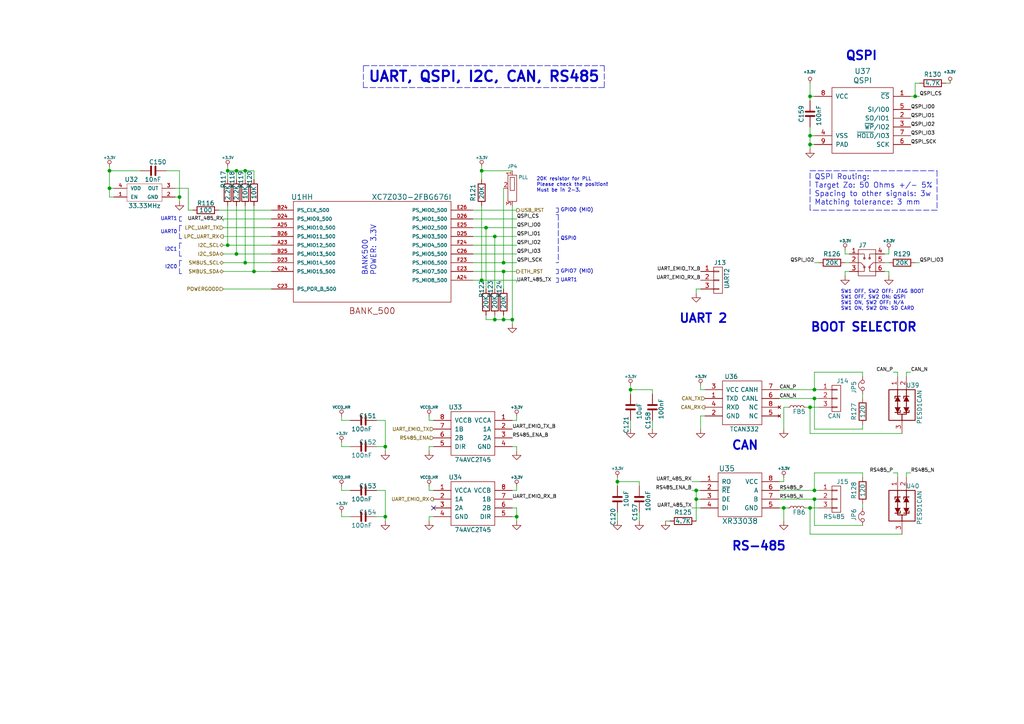
<source format=kicad_sch>
(kicad_sch (version 20250114) (generator "eeschema") (generator_version "9.0")
  (paper "A4")
  (title_block (title "CIAA-ACC UART, QSPI, I2C, CAN, RS485 ") (date "2019-08-28") (rev "V1.4") (company "COMPUTADORA INDUSTRIAL ABIERTA ARGENTINA. CIAA-ACC (HPC)") (comment 1 "Authors: See 'doc/CHANGES.txt' file.      License: See 'doc/LICENCIA_CIAA_ACC.txt' file."))
  (lib_symbols
    (symbol "CIAA_ACC:+3.3V" (power) (pin_names (offset 1.016))
      (property "Value" "+3.3V" (at 0 2.286 0))
      (symbol "+3.3V_0_0"
        (pin power_in line (at 0 0 90) (length 0) (hide yes) (name "+3.3V") (number "1"))
      )
    )
    (symbol "CIAA_ACC:74AVC2T45" (pin_names (offset 1.016))
      (property "Reference" "U" (at -5.08 5.08 0))
      (property "Value" "74AVC2T45" (at 0 -10.16 0))
      (symbol "74AVC2T45_1_1"
        (pin power_in line (at -11.43 1.27 0) (length 5.08) (name "VCCA") (number "1"))
        (pin bidirectional line (at -11.43 -1.27 0) (length 5.08) (name "1A") (number "2"))
        (pin bidirectional line (at -11.43 -3.81 0) (length 5.08) (name "2A") (number "3"))
        (pin power_in line (at -11.43 -6.35 0) (length 5.08) (name "GND") (number "4"))
        (pin power_in line (at 11.43 1.27 180) (length 5.08) (name "VCCB") (number "8"))
        (pin bidirectional line (at 11.43 -1.27 180) (length 5.08) (name "1B") (number "7"))
        (pin bidirectional line (at 11.43 -3.81 180) (length 5.08) (name "2B") (number "6"))
        (pin input line (at 11.43 -6.35 180) (length 5.08) (name "DIR") (number "5"))
      )
    )
    (symbol "CIAA_ACC:C" (pin_numbers (hide yes)) (pin_names (offset 0.254))
      (property "Reference" "C" (at 0.635 2.54 0))
      (property "Value" "C" (at 0.635 -2.54 0))
      (symbol "C_1_1"
        (pin passive line (at 0 3.81 270) (length 2.794) (name "~") (number "1"))
        (pin passive line (at 0 -3.81 90) (length 2.794) (name "~") (number "2"))
      )
    )
    (symbol "CIAA_ACC:CAS-D20TA" (pin_names (offset 0.0254) (hide yes))
      (property "Reference" "J" (at -1.524 2.54 0))
      (property "Value" "CAS-D20TA" (at -0.254 -7.62 0))
      (symbol "CAS-D20TA_1_1"
        (pin passive line (at -5.08 0 0) (length 2.54) (name "1") (number "1"))
        (pin passive line (at -5.08 -2.54 0) (length 2.54) (name "2") (number "2"))
        (pin passive line (at -5.08 -5.08 0) (length 2.54) (name "3") (number "3"))
        (pin passive line (at 5.08 0 180) (length 2.54) (name "4") (number "4"))
        (pin passive line (at 5.08 -2.54 180) (length 2.54) (name "5") (number "5"))
        (pin passive line (at 5.08 -5.08 180) (length 2.54) (name "6") (number "6"))
      )
    )
    (symbol "CIAA_ACC:CONN_01X03" (pin_names (offset 1.016) (hide yes))
      (property "Reference" "J" (at 0 5.08 0))
      (property "Value" "CONN_01X03" (at 2.54 0 90))
      (symbol "CONN_01X03_1_1"
        (pin passive line (at -5.08 2.54 0) (length 3.81) (name "P1") (number "1"))
        (pin passive line (at -5.08 0 0) (length 3.81) (name "P2") (number "2"))
        (pin passive line (at -5.08 -2.54 0) (length 3.81) (name "P3") (number "3"))
      )
    )
    (symbol "CIAA_ACC:GND" (power) (pin_names (offset 0))
      (property "Value" "GND" (at 0 -3.81 0))
      (symbol "GND_1_1"
        (pin power_in line (at 0 0 270) (length 0) (hide yes) (name "GND") (number "1"))
      )
    )
    (symbol "CIAA_ACC:JUMPER" (pin_numbers (hide yes)) (pin_names (offset 0.762) (hide yes))
      (property "Reference" "JP" (at 0 2.032 0))
      (symbol "JUMPER_0_1"
        (pin passive line (at -2.54 0 0) (length 1.016) (name "1") (number "1"))
        (pin passive line (at 2.54 0 180) (length 1.016) (name "2") (number "2"))
      )
    )
    (symbol "CIAA_ACC:JUMPER3_SMD" (pin_names (offset 1.016) (hide yes))
      (property "Reference" "JP" (at 2.54 2.54 0))
      (property "Value" "JUMPER3_SMD" (at -0.635 -2.54 0))
      (symbol "JUMPER3_SMD_1_1"
        (pin passive line (at -5.08 0 0) (length 1.27) (name "1") (number "1"))
        (pin passive line (at 0 2.54 270) (length 1.27) (name "2") (number "2"))
        (pin passive line (at 5.08 0 180) (length 1.27) (name "3") (number "3"))
      )
    )
    (symbol "CIAA_ACC:L" (pin_numbers (hide yes)) (pin_names (offset 0.254) (hide yes))
      (property "Reference" "L" (at 0.762 1.016 0))
      (property "Value" "L" (at 0.762 -1.016 0))
      (symbol "L_1_1"
        (pin passive line (at 0 2.54 270) (length 0.508) (name "~") (number "1"))
        (pin passive line (at 0 -2.54 90) (length 0.508) (name "~") (number "2"))
      )
    )
    (symbol "CIAA_ACC:OSCILLATOR" (pin_names (offset 1.016))
      (property "Reference" "U" (at -3.81 3.81 0))
      (property "Value" "OSCILLATOR" (at 0 -3.81 0))
      (symbol "OSCILLATOR_1_1"
        (pin power_in line (at -8.89 1.27 0) (length 3.81) (name "VDD") (number "4"))
        (pin input line (at -8.89 -1.27 0) (length 3.81) (name "EN") (number "1"))
        (pin output line (at 8.89 1.27 180) (length 3.81) (name "OUT") (number "3"))
        (pin power_in line (at 8.89 -1.27 180) (length 3.81) (name "GND") (number "2"))
      )
    )
    (symbol "CIAA_ACC:PESD1CAN" (pin_names (offset 1.016))
      (property "Reference" "U" (at 3.81 5.08 0))
      (property "Value" "PESD1CAN" (at 5.08 -6.35 0))
      (symbol "PESD1CAN_1_1"
        (pin passive line (at -1.27 7.62 270) (length 3.81) (name "~") (number "1"))
        (pin passive line (at 0 -8.89 90) (length 3.81) (name "~") (number "3"))
        (pin passive line (at 1.27 7.62 270) (length 3.81) (name "~") (number "2"))
      )
    )
    (symbol "CIAA_ACC:QSPI" (pin_names (offset 1.016))
      (property "Reference" "U" (at -7.62 1.27 0))
      (property "Value" "QSPI" (at 0 -20.32 0))
      (symbol "QSPI_1_1"
        (pin power_in line (at -13.97 -2.54 0) (length 5.08) (name "VCC") (number "8"))
        (pin power_in line (at -13.97 -13.97 0) (length 5.08) (name "VSS") (number "4"))
        (pin power_in line (at -13.97 -16.51 0) (length 5.08) (name "PAD") (number "9"))
        (pin input line (at 13.97 -2.54 180) (length 5.08) (name "~{CS}") (number "1"))
        (pin bidirectional line (at 13.97 -6.35 180) (length 5.08) (name "SI/IO0") (number "5"))
        (pin bidirectional line (at 13.97 -8.89 180) (length 5.08) (name "SO/IO1") (number "2"))
        (pin bidirectional line (at 13.97 -11.43 180) (length 5.08) (name "~{WP}/IO2") (number "3"))
        (pin bidirectional line (at 13.97 -13.97 180) (length 5.08) (name "~{HOLD}/IO3") (number "7"))
        (pin bidirectional line (at 13.97 -16.51 180) (length 5.08) (name "SCK") (number "6"))
      )
    )
    (symbol "CIAA_ACC:R" (pin_numbers (hide yes)) (pin_names (offset 0))
      (property "Reference" "R" (at 2.032 0 90))
      (property "Value" "R" (at 0 0 90))
      (symbol "R_1_1"
        (pin passive line (at 0 3.81 270) (length 1.27) (name "~") (number "1"))
        (pin passive line (at 0 -3.81 90) (length 1.27) (name "~") (number "2"))
      )
    )
    (symbol "CIAA_ACC:TCAN332" (pin_names (offset 1.016))
      (property "Reference" "U" (at -2.54 3.81 0))
      (property "Value" "TCAN332" (at 0 -11.43 0))
      (symbol "TCAN332_1_1"
        (pin power_in line (at -10.16 0 0) (length 5.08) (name "VCC") (number "3"))
        (pin input line (at -10.16 -2.54 0) (length 5.08) (name "TXD") (number "1"))
        (pin output line (at -10.16 -5.08 0) (length 5.08) (name "RXD") (number "4"))
        (pin power_in line (at -10.16 -7.62 0) (length 5.08) (name "GND") (number "2"))
        (pin bidirectional line (at 11.43 0 180) (length 5.08) (name "CANH") (number "7"))
        (pin bidirectional line (at 11.43 -2.54 180) (length 5.08) (name "CANL") (number "6"))
        (pin no_connect line (at 11.43 -5.08 180) (length 5.08) (name "NC") (number "8"))
        (pin no_connect line (at 11.43 -7.62 180) (length 5.08) (name "NC") (number "5"))
      )
    )
    (symbol "CIAA_ACC:VCCO_HR" (power) (pin_names (offset 1.016))
      (property "Value" "VCCO_HR" (at 0 2.286 0))
      (symbol "VCCO_HR_0_0"
        (pin power_in line (at 0 0 90) (length 0) (hide yes) (name "VCCO_HR") (number "1"))
      )
    )
    (symbol "CIAA_ACC:XR33038" (pin_names (offset 1.016))
      (property "Reference" "U" (at 1.27 1.27 0))
      (property "Value" "XR33038" (at 6.35 -13.97 0))
      (symbol "XR33038_1_1"
        (pin output line (at -5.08 -2.54 0) (length 5.08) (name "RO") (number "1"))
        (pin input line (at -5.08 -5.08 0) (length 5.08) (name "~{RE}") (number "2"))
        (pin input line (at -5.08 -7.62 0) (length 5.08) (name "DE") (number "3"))
        (pin input line (at -5.08 -10.16 0) (length 5.08) (name "DI") (number "4"))
        (pin power_in line (at 17.78 -2.54 180) (length 5.08) (name "VCC") (number "8"))
        (pin bidirectional line (at 17.78 -5.08 180) (length 5.08) (name "A") (number "6"))
        (pin bidirectional line (at 17.78 -7.62 180) (length 5.08) (name "B") (number "7"))
        (pin power_in line (at 17.78 -10.16 180) (length 5.08) (name "GND") (number "5"))
      )
    )
    (symbol "XC7Z030_FBG676:XC7Z030_FBG676" (pin_names (offset 1.016))
      (property "Reference" "U" (at 0 2.54 0))
      (property "Value" "XC7Z030_FBG676" (at 0 0 0))
      (symbol "XC7Z030_FBG676_1_0"
        (text "BANK_0" (at 0 -38.1 0) (effects (font (size 1.778 1.778))))
      )
      (symbol "XC7Z030_FBG676_1_1"
        (pin bidirectional line (at -29.21 13.97 0) (length 6.35) (name "INIT_B_0") (number "R8"))
        (pin input line (at -29.21 11.43 0) (length 6.35) (name "PROGRAM_B_0") (number "V9"))
        (pin input line (at 29.21 13.97 180) (length 6.35) (name "CFGBVS_0") (number "T7"))
        (pin bidirectional line (at 29.21 11.43 180) (length 6.35) (name "DONE_0") (number "W9"))
        (pin input line (at 29.21 8.89 180) (length 6.35) (name "DXN_0") (number "R13"))
        (pin input line (at 29.21 6.35 180) (length 6.35) (name "DXP_0") (number "R14"))
        (pin power_in line (at 29.21 3.81 180) (length 6.35) (name "GNDADC_0") (number "M13"))
        (pin power_in line (at 29.21 1.27 180) (length 6.35) (name "RSVDGND") (number "V13"))
        (pin power_in line (at 29.21 -1.27 180) (length 6.35) (name "RSVDVCC1") (number "W8"))
        (pin power_in line (at 29.21 -3.81 180) (length 6.35) (name "RSVDVCC2") (number "V8"))
        (pin power_in line (at 29.21 -6.35 180) (length 6.35) (name "RSVDVCC3") (number "U8"))
        (pin input line (at 29.21 -8.89 180) (length 6.35) (name "TCK_0") (number "W12"))
        (pin input line (at 29.21 -11.43 180) (length 6.35) (name "TDI_0") (number "V11"))
        (pin output line (at 29.21 -13.97 180) (length 6.35) (name "TDO_0") (number "W10"))
        (pin input line (at 29.21 -16.51 180) (length 6.35) (name "TMS_0") (number "W11"))
        (pin power_in line (at 29.21 -19.05 180) (length 6.35) (name "VCCADC_0") (number "M14"))
        (pin power_in line (at 29.21 -21.59 180) (length 6.35) (name "VCCBATT_0") (number "V15"))
        (pin input line (at 29.21 -24.13 180) (length 6.35) (name "VN_0") (number "P13"))
        (pin input line (at 29.21 -26.67 180) (length 6.35) (name "VP_0") (number "N14"))
        (pin input line (at 29.21 -29.21 180) (length 6.35) (name "VREFN_0") (number "N13"))
        (pin input line (at 29.21 -31.75 180) (length 6.35) (name "VREFP_0") (number "P14"))
      )
      (symbol "XC7Z030_FBG676_2_0"
        (text "BANK_12" (at 0 -36.83 0) (effects (font (size 1.778 1.778))))
      )
      (symbol "XC7Z030_FBG676_2_1"
        (pin bidirectional line (at -29.21 33.02 0) (length 6.35) (name "IO_L12N_T1_MRCC_12") (number "AD13"))
        (pin bidirectional line (at -29.21 30.48 0) (length 6.35) (name "IO_L12P_T1_MRCC_12") (number "AC13"))
        (pin bidirectional line (at -29.21 27.94 0) (length 6.35) (name "IO_L13N_T2_MRCC_12") (number "AD14"))
        (pin bidirectional line (at -29.21 25.4 0) (length 6.35) (name "IO_L13P_T2_MRCC_12") (number "AC14"))
        (pin bidirectional line (at -29.21 22.86 0) (length 6.35) (name "IO_L14N_T2_SRCC_12") (number "AB14"))
        (pin bidirectional line (at -29.21 20.32 0) (length 6.35) (name "IO_L14P_T2_SRCC_12") (number "AB15"))
        (pin bidirectional line (at -29.21 17.78 0) (length 6.35) (name "IO_L15N_T2_DQS_12") (number "AD15"))
        (pin bidirectional line (at -29.21 15.24 0) (length 6.35) (name "IO_L15P_T2_DQS_12") (number "AD16"))
        (pin bidirectional line (at -29.21 12.7 0) (length 6.35) (name "IO_L16N_T2_12") (number "AF14"))
        (pin bidirectional line (at -29.21 10.16 0) (length 6.35) (name "IO_L16P_T2_12") (number "AF15"))
        (pin bidirectional line (at -29.21 7.62 0) (length 6.35) (name "IO_L17N_T2_12") (number "AE15"))
        (pin bidirectional line (at -29.21 5.08 0) (length 6.35) (name "IO_L17P_T2_12") (number "AE16"))
        (pin bidirectional line (at -29.21 2.54 0) (length 6.35) (name "IO_L18N_T2_12") (number "AF17"))
        (pin bidirectional line (at -29.21 0 0) (length 6.35) (name "IO_L18P_T2_12") (number "AE17"))
        (pin bidirectional line (at -29.21 -2.54 0) (length 6.35) (name "IO_L19N_T3_VREF_12") (number "AA17"))
        (pin bidirectional line (at -29.21 -5.08 0) (length 6.35) (name "IO_L19P_T3_12") (number "Y17"))
        (pin bidirectional line (at -29.21 -7.62 0) (length 6.35) (name "IO_L20N_T3_12") (number "AB16"))
        (pin bidirectional line (at -29.21 -10.16 0) (length 6.35) (name "IO_L20P_T3_12") (number "AB17"))
        (pin bidirectional line (at -29.21 -12.7 0) (length 6.35) (name "IO_L21N_T3_DQS_12") (number "AC16"))
        (pin bidirectional line (at -29.21 -15.24 0) (length 6.35) (name "IO_L21P_T3_DQS_12") (number "AC17"))
        (pin bidirectional line (at -29.21 -17.78 0) (length 6.35) (name "IO_L22N_T3_12") (number "AA14"))
        (pin bidirectional line (at -29.21 -20.32 0) (length 6.35) (name "IO_L22P_T3_12") (number "AA15"))
        (pin bidirectional line (at -29.21 -22.86 0) (length 6.35) (name "IO_L23N_T3_12") (number "Y15"))
        (pin bidirectional line (at -29.21 -25.4 0) (length 6.35) (name "IO_L23P_T3_12") (number "Y16"))
        (pin bidirectional line (at -29.21 -27.94 0) (length 6.35) (name "IO_L24N_T3_12") (number "W15"))
        (pin bidirectional line (at -29.21 -30.48 0) (length 6.35) (name "IO_L24P_T3_12") (number "W16"))
        (pin bidirectional line (at 29.21 33.02 180) (length 6.35) (name "IO_0_12") (number "W14"))
        (pin bidirectional line (at 29.21 30.48 180) (length 6.35) (name "IO_25_12") (number "W17"))
        (pin bidirectional line (at 29.21 27.94 180) (length 6.35) (name "IO_L1N_T0_12") (number "Y11"))
        (pin bidirectional line (at 29.21 25.4 180) (length 6.35) (name "IO_L1P_T0_12") (number "Y12"))
        (pin bidirectional line (at 29.21 22.86 180) (length 6.35) (name "IO_L2N_T0_12") (number "AC11"))
        (pin bidirectional line (at 29.21 20.32 180) (length 6.35) (name "IO_L2P_T0_12") (number "AB12"))
        (pin bidirectional line (at 29.21 17.78 180) (length 6.35) (name "IO_L3N_T0_DQS_12") (number "AA10"))
        (pin bidirectional line (at 29.21 15.24 180) (length 6.35) (name "IO_L3P_T0_DQS_12") (number "Y10"))
        (pin bidirectional line (at 29.21 12.7 180) (length 6.35) (name "IO_L4N_T0_12") (number "AB10"))
        (pin bidirectional line (at 29.21 10.16 180) (length 6.35) (name "IO_L4P_T0_12") (number "AB11"))
        (pin bidirectional line (at 29.21 7.62 180) (length 6.35) (name "IO_L5N_T0_12") (number "Y13"))
        (pin bidirectional line (at 29.21 5.08 180) (length 6.35) (name "IO_L5P_T0_12") (number "W13"))
        (pin bidirectional line (at 29.21 2.54 180) (length 6.35) (name "IO_L6N_T0_VREF_12") (number "AA12"))
        (pin bidirectional line (at 29.21 0 180) (length 6.35) (name "IO_L6P_T0_12") (number "AA13"))
        (pin bidirectional line (at 29.21 -2.54 180) (length 6.35) (name "IO_L7N_T1_12") (number "AD10"))
        (pin bidirectional line (at 29.21 -5.08 180) (length 6.35) (name "IO_L7P_T1_12") (number "AE10"))
        (pin bidirectional line (at 29.21 -7.62 180) (length 6.35) (name "IO_L8N_T1_12") (number "AF12"))
        (pin bidirectional line (at 29.21 -10.16 180) (length 6.35) (name "IO_L8P_T1_12") (number "AE12"))
        (pin bidirectional line (at 29.21 -12.7 180) (length 6.35) (name "IO_L9N_T1_DQS_12") (number "AF10"))
        (pin bidirectional line (at 29.21 -15.24 180) (length 6.35) (name "IO_L9P_T1_DQS_12") (number "AE11"))
        (pin bidirectional line (at 29.21 -17.78 180) (length 6.35) (name "IO_L10N_T1_12") (number "AF13"))
        (pin bidirectional line (at 29.21 -20.32 180) (length 6.35) (name "IO_L10P_T1_12") (number "AE13"))
        (pin bidirectional line (at 29.21 -22.86 180) (length 6.35) (name "IO_L11N_T1_SRCC_12") (number "AD11"))
        (pin bidirectional line (at 29.21 -25.4 180) (length 6.35) (name "IO_L11P_T1_SRCC_12") (number "AC12"))
      )
      (symbol "XC7Z030_FBG676_3_0"
        (text "BANK_13" (at 0 -36.83 0) (effects (font (size 1.778 1.778))))
      )
      (symbol "XC7Z030_FBG676_3_1"
        (pin bidirectional line (at -29.21 33.02 0) (length 6.35) (name "IO_L12N_T1_MRCC_13") (number "AC24"))
        (pin bidirectional line (at -29.21 30.48 0) (length 6.35) (name "IO_L12P_T1_MRCC_13") (number "AC23"))
        (pin bidirectional line (at -29.21 27.94 0) (length 6.35) (name "IO_L13N_T2_MRCC_13") (number "AD21"))
        (pin bidirectional line (at -29.21 25.4 0) (length 6.35) (name "IO_L13P_T2_MRCC_13") (number "AD20"))
        (pin bidirectional line (at -29.21 22.86 0) (length 6.35) (name "IO_L14N_T2_SRCC_13") (number "AC22"))
        (pin bidirectional line (at -29.21 20.32 0) (length 6.35) (name "IO_L14P_T2_SRCC_13") (number "AC21"))
        (pin bidirectional line (at -29.21 17.78 0) (length 6.35) (name "IO_L15N_T2_DQS_13") (number "AF20"))
        (pin bidirectional line (at -29.21 15.24 0) (length 6.35) (name "IO_L15P_T2_DQS_13") (number "AF19"))
        (pin bidirectional line (at -29.21 12.7 0) (length 6.35) (name "IO_L16N_T2_13") (number "AE21"))
        (pin bidirectional line (at -29.21 10.16 0) (length 6.35) (name "IO_L16P_T2_13") (number "AE20"))
        (pin bidirectional line (at -29.21 7.62 0) (length 6.35) (name "IO_L17N_T2_13") (number "AD19"))
        (pin bidirectional line (at -29.21 5.08 0) (length 6.35) (name "IO_L17P_T2_13") (number "AD18"))
        (pin bidirectional line (at -29.21 2.54 0) (length 6.35) (name "IO_L18N_T2_13") (number "AF18"))
        (pin bidirectional line (at -29.21 0 0) (length 6.35) (name "IO_L18P_T2_13") (number "AE18"))
        (pin bidirectional line (at -29.21 -2.54 0) (length 6.35) (name "IO_L19N_T3_VREF_13") (number "Y20"))
        (pin bidirectional line (at -29.21 -5.08 0) (length 6.35) (name "IO_L19P_T3_13") (number "W20"))
        (pin bidirectional line (at -29.21 -7.62 0) (length 6.35) (name "IO_L20N_T3_13") (number "AB20"))
        (pin bidirectional line (at -29.21 -10.16 0) (length 6.35) (name "IO_L20P_T3_13") (number "AA20"))
        (pin bidirectional line (at -29.21 -12.7 0) (length 6.35) (name "IO_L21N_T3_DQS_13") (number "AC19"))
        (pin bidirectional line (at -29.21 -15.24 0) (length 6.35) (name "IO_L21P_T3_DQS_13") (number "AC18"))
        (pin bidirectional line (at -29.21 -17.78 0) (length 6.35) (name "IO_L22N_T3_13") (number "AB19"))
        (pin bidirectional line (at -29.21 -20.32 0) (length 6.35) (name "IO_L22P_T3_13") (number "AA19"))
        (pin bidirectional line (at -29.21 -22.86 0) (length 6.35) (name "IO_L23N_T3_13") (number "W19"))
        (pin bidirectional line (at -29.21 -25.4 0) (length 6.35) (name "IO_L23P_T3_13") (number "W18"))
        (pin bidirectional line (at -29.21 -27.94 0) (length 6.35) (name "IO_L24N_T3_13") (number "AA18"))
        (pin bidirectional line (at -29.21 -30.48 0) (length 6.35) (name "IO_L24P_T3_13") (number "Y18"))
        (pin bidirectional line (at 29.21 33.02 180) (length 6.35) (name "IO_0_13") (number "V19"))
        (pin bidirectional line (at 29.21 30.48 180) (length 6.35) (name "IO_25_13") (number "V18"))
        (pin bidirectional line (at 29.21 27.94 180) (length 6.35) (name "IO_L1N_T0_13") (number "AB25"))
        (pin bidirectional line (at 29.21 25.4 180) (length 6.35) (name "IO_L1P_T0_13") (number "AA25"))
        (pin bidirectional line (at 29.21 22.86 180) (length 6.35) (name "IO_L2N_T0_13") (number "AC26"))
        (pin bidirectional line (at 29.21 20.32 180) (length 6.35) (name "IO_L2P_T0_13") (number "AB26"))
        (pin bidirectional line (at 29.21 17.78 180) (length 6.35) (name "IO_L3N_T0_DQS_13") (number "AE26"))
        (pin bidirectional line (at 29.21 15.24 180) (length 6.35) (name "IO_L3P_T0_DQS_13") (number "AE25"))
        (pin bidirectional line (at 29.21 12.7 180) (length 6.35) (name "IO_L4N_T0_13") (number "AD26"))
        (pin bidirectional line (at 29.21 10.16 180) (length 6.35) (name "IO_L4P_T0_13") (number "AD25"))
        (pin bidirectional line (at 29.21 7.62 180) (length 6.35) (name "IO_L5N_T0_13") (number "AF25"))
        (pin bidirectional line (at 29.21 5.08 180) (length 6.35) (name "IO_L5P_T0_13") (number "AF24"))
        (pin bidirectional line (at 29.21 2.54 180) (length 6.35) (name "IO_L6N_T0_VREF_13") (number "AB24"))
        (pin bidirectional line (at 29.21 0 180) (length 6.35) (name "IO_L6P_T0_13") (number "AA24"))
        (pin bidirectional line (at 29.21 -2.54 180) (length 6.35) (name "IO_L7N_T1_13") (number "AF22"))
        (pin bidirectional line (at 29.21 -5.08 180) (length 6.35) (name "IO_L7P_T1_13") (number "AE22"))
        (pin bidirectional line (at 29.21 -7.62 180) (length 6.35) (name "IO_L8N_T1_13") (number "AF23"))
        (pin bidirectional line (at 29.21 -10.16 180) (length 6.35) (name "IO_L8P_T1_13") (number "AE23"))
        (pin bidirectional line (at 29.21 -12.7 180) (length 6.35) (name "IO_L9N_T1_DQS_13") (number "AB22"))
        (pin bidirectional line (at 29.21 -15.24 180) (length 6.35) (name "IO_L9P_T1_DQS_13") (number "AB21"))
        (pin bidirectional line (at 29.21 -17.78 180) (length 6.35) (name "IO_L10N_T1_13") (number "AA23"))
        (pin bidirectional line (at 29.21 -20.32 180) (length 6.35) (name "IO_L10P_T1_13") (number "AA22"))
        (pin bidirectional line (at 29.21 -22.86 180) (length 6.35) (name "IO_L11N_T1_SRCC_13") (number "AD24"))
        (pin bidirectional line (at 29.21 -25.4 180) (length 6.35) (name "IO_L11P_T1_SRCC_13") (number "AD23"))
      )
      (symbol "XC7Z030_FBG676_4_0"
        (text "BANK_33" (at 0 -36.83 0) (effects (font (size 1.778 1.778))))
      )
      (symbol "XC7Z030_FBG676_4_1"
        (pin bidirectional line (at -29.21 33.02 0) (length 6.35) (name "IO_L12N_T1_MRCC_33") (number "J3"))
        (pin bidirectional line (at -29.21 30.48 0) (length 6.35) (name "IO_L12P_T1_MRCC_33") (number "J4"))
        (pin bidirectional line (at -29.21 27.94 0) (length 6.35) (name "IO_L13N_T2_MRCC_33") (number "M5"))
        (pin bidirectional line (at -29.21 25.4 0) (length 6.35) (name "IO_L13P_T2_MRCC_33") (number "M6"))
        (pin bidirectional line (at -29.21 22.86 0) (length 6.35) (name "IO_L14N_T2_SRCC_33") (number "L4"))
        (pin bidirectional line (at -29.21 20.32 0) (length 6.35) (name "IO_L14P_T2_SRCC_33") (number "L5"))
        (pin bidirectional line (at -29.21 17.78 0) (length 6.35) (name "IO_L15N_T2_DQS_33") (number "N2"))
        (pin bidirectional line (at -29.21 15.24 0) (length 6.35) (name "IO_L15P_T2_DQS_33") (number "N3"))
        (pin bidirectional line (at -29.21 12.7 0) (length 6.35) (name "IO_L16N_T2_33") (number "L2"))
        (pin bidirectional line (at -29.21 10.16 0) (length 6.35) (name "IO_L16P_T2_33") (number "M2"))
        (pin bidirectional line (at -29.21 7.62 0) (length 6.35) (name "IO_L17N_T2_33") (number "M4"))
        (pin bidirectional line (at -29.21 5.08 0) (length 6.35) (name "IO_L17P_T2_33") (number "N4"))
        (pin bidirectional line (at -29.21 2.54 0) (length 6.35) (name "IO_L18N_T2_33") (number "M1"))
        (pin bidirectional line (at -29.21 0 0) (length 6.35) (name "IO_L18P_T2_33") (number "N1"))
        (pin bidirectional line (at -29.21 -2.54 0) (length 6.35) (name "IO_L19N_T3_VREF_33") (number "L7"))
        (pin bidirectional line (at -29.21 -5.08 0) (length 6.35) (name "IO_L19P_T3_33") (number "M7"))
        (pin bidirectional line (at -29.21 -7.62 0) (length 6.35) (name "IO_L20N_T3_33") (number "J5"))
        (pin bidirectional line (at -29.21 -10.16 0) (length 6.35) (name "IO_L20P_T3_33") (number "K5"))
        (pin bidirectional line (at -29.21 -12.7 0) (length 6.35) (name "IO_L21N_T3_DQS_33") (number "L8"))
        (pin bidirectional line (at -29.21 -15.24 0) (length 6.35) (name "IO_L21P_T3_DQS_33") (number "M8"))
        (pin bidirectional line (at -29.21 -17.78 0) (length 6.35) (name "IO_L22N_T3_33") (number "J6"))
        (pin bidirectional line (at -29.21 -20.32 0) (length 6.35) (name "IO_L22P_T3_33") (number "K6"))
        (pin bidirectional line (at -29.21 -22.86 0) (length 6.35) (name "IO_L23N_T3_33") (number "N6"))
        (pin bidirectional line (at -29.21 -25.4 0) (length 6.35) (name "IO_L23P_T3_33") (number "N7"))
        (pin bidirectional line (at -29.21 -27.94 0) (length 6.35) (name "IO_L24N_T3_33") (number "K7"))
        (pin bidirectional line (at -29.21 -30.48 0) (length 6.35) (name "IO_L24P_T3_33") (number "K8"))
        (pin bidirectional line (at 29.21 33.02 180) (length 6.35) (name "IO_0_VRN_33") (number "L9"))
        (pin bidirectional line (at 29.21 30.48 180) (length 6.35) (name "IO_25_VRP_33") (number "N8"))
        (pin bidirectional line (at 29.21 27.94 180) (length 6.35) (name "IO_L1N_T0_33") (number "F4"))
        (pin bidirectional line (at 29.21 25.4 180) (length 6.35) (name "IO_L1P_T0_33") (number "G4"))
        (pin bidirectional line (at 29.21 22.86 180) (length 6.35) (name "IO_L2N_T0_33") (number "D3"))
        (pin bidirectional line (at 29.21 20.32 180) (length 6.35) (name "IO_L2P_T0_33") (number "D4"))
        (pin bidirectional line (at 29.21 17.78 180) (length 6.35) (name "IO_L3N_T0_DQS_33") (number "F2"))
        (pin bidirectional line (at 29.21 15.24 180) (length 6.35) (name "IO_L3P_T0_DQS_33") (number "G2"))
        (pin bidirectional line (at 29.21 12.7 180) (length 6.35) (name "IO_L4N_T0_33") (number "C1"))
        (pin bidirectional line (at 29.21 10.16 180) (length 6.35) (name "IO_L4P_T0_33") (number "D1"))
        (pin bidirectional line (at 29.21 7.62 180) (length 6.35) (name "IO_L5N_T0_33") (number "E1"))
        (pin bidirectional line (at 29.21 5.08 180) (length 6.35) (name "IO_L5P_T0_33") (number "E2"))
        (pin bidirectional line (at 29.21 2.54 180) (length 6.35) (name "IO_L6N_T0_VREF_33") (number "E3"))
        (pin bidirectional line (at 29.21 0 180) (length 6.35) (name "IO_L6P_T0_33") (number "F3"))
        (pin bidirectional line (at 29.21 -2.54 180) (length 6.35) (name "IO_L7N_T1_33") (number "H1"))
        (pin bidirectional line (at 29.21 -5.08 180) (length 6.35) (name "IO_L7P_T1_33") (number "J1"))
        (pin bidirectional line (at 29.21 -7.62 180) (length 6.35) (name "IO_L8N_T1_33") (number "H3"))
        (pin bidirectional line (at 29.21 -10.16 180) (length 6.35) (name "IO_L8P_T1_33") (number "H4"))
        (pin bidirectional line (at 29.21 -12.7 180) (length 6.35) (name "IO_L9N_T1_DQS_33") (number "K1"))
        (pin bidirectional line (at 29.21 -15.24 180) (length 6.35) (name "IO_L9P_T1_DQS_33") (number "K2"))
        (pin bidirectional line (at 29.21 -17.78 180) (length 6.35) (name "IO_L10N_T1_33") (number "G1"))
        (pin bidirectional line (at 29.21 -20.32 180) (length 6.35) (name "IO_L10P_T1_33") (number "H2"))
        (pin bidirectional line (at 29.21 -22.86 180) (length 6.35) (name "IO_L11N_T1_SRCC_33") (number "K3"))
        (pin bidirectional line (at 29.21 -25.4 180) (length 6.35) (name "IO_L11P_T1_SRCC_33") (number "L3"))
      )
      (symbol "XC7Z030_FBG676_5_0"
        (text "BANK_34" (at 0 -39.37 0) (effects (font (size 1.778 1.778))))
      )
      (symbol "XC7Z030_FBG676_5_1"
        (pin bidirectional line (at -29.21 33.02 0) (length 6.35) (name "IO_L3P_T0_DQS_PUDC_B_34") (number "H9"))
        (pin bidirectional line (at -29.21 30.48 0) (length 6.35) (name "IO_L12N_T1_MRCC_34") (number "F7"))
        (pin bidirectional line (at -29.21 27.94 0) (length 6.35) (name "IO_L12P_T1_MRCC_34") (number "G7"))
        (pin bidirectional line (at -29.21 25.4 0) (length 6.35) (name "IO_L13N_T2_MRCC_34") (number "C7"))
        (pin bidirectional line (at -29.21 22.86 0) (length 6.35) (name "IO_L13P_T2_MRCC_34") (number "C8"))
        (pin bidirectional line (at -29.21 20.32 0) (length 6.35) (name "IO_L14N_T2_SRCC_34") (number "C6"))
        (pin bidirectional line (at -29.21 17.78 0) (length 6.35) (name "IO_L14P_T2_SRCC_34") (number "D6"))
        (pin bidirectional line (at -29.21 15.24 0) (length 6.35) (name "IO_L15N_T2_DQS_34") (number "B9"))
        (pin bidirectional line (at -29.21 12.7 0) (length 6.35) (name "IO_L15P_T2_DQS_34") (number "C9"))
        (pin bidirectional line (at -29.21 10.16 0) (length 6.35) (name "IO_L16N_T2_34") (number "A10"))
        (pin bidirectional line (at -29.21 7.62 0) (length 6.35) (name "IO_L16P_T2_34") (number "B10"))
        (pin bidirectional line (at -29.21 5.08 0) (length 6.35) (name "IO_L17N_T2_34") (number "A8"))
        (pin bidirectional line (at -29.21 2.54 0) (length 6.35) (name "IO_L17P_T2_34") (number "A9"))
        (pin bidirectional line (at -29.21 0 0) (length 6.35) (name "IO_L18N_T2_34") (number "A7"))
        (pin bidirectional line (at -29.21 -2.54 0) (length 6.35) (name "IO_L18P_T2_34") (number "B7"))
        (pin bidirectional line (at -29.21 -5.08 0) (length 6.35) (name "IO_L19N_T3_VREF_34") (number "C3"))
        (pin bidirectional line (at -29.21 -7.62 0) (length 6.35) (name "IO_L19P_T3_34") (number "C4"))
        (pin bidirectional line (at -29.21 -10.16 0) (length 6.35) (name "IO_L20N_T3_34") (number "B4"))
        (pin bidirectional line (at -29.21 -12.7 0) (length 6.35) (name "IO_L20P_T3_34") (number "B5"))
        (pin bidirectional line (at -29.21 -15.24 0) (length 6.35) (name "IO_L21N_T3_DQS_34") (number "A5"))
        (pin bidirectional line (at -29.21 -17.78 0) (length 6.35) (name "IO_L21P_T3_DQS_34") (number "B6"))
        (pin bidirectional line (at -29.21 -20.32 0) (length 6.35) (name "IO_L22N_T3_34") (number "A3"))
        (pin bidirectional line (at -29.21 -22.86 0) (length 6.35) (name "IO_L22P_T3_34") (number "A4"))
        (pin bidirectional line (at -29.21 -25.4 0) (length 6.35) (name "IO_L23N_T3_34") (number "B1"))
        (pin bidirectional line (at -29.21 -27.94 0) (length 6.35) (name "IO_L23P_T3_34") (number "C2"))
        (pin bidirectional line (at -29.21 -30.48 0) (length 6.35) (name "IO_L24N_T3_34") (number "A2"))
        (pin bidirectional line (at -29.21 -33.02 0) (length 6.35) (name "IO_L24P_T3_34") (number "B2"))
        (pin bidirectional line (at 29.21 33.02 180) (length 6.35) (name "IO_0_VRN_34") (number "K11"))
        (pin bidirectional line (at 29.21 30.48 180) (length 6.35) (name "IO_25_VRP_34") (number "K10"))
        (pin bidirectional line (at 29.21 27.94 180) (length 6.35) (name "IO_L1N_T0_34") (number "H11"))
        (pin bidirectional line (at 29.21 25.4 180) (length 6.35) (name "IO_L1P_T0_34") (number "J11"))
        (pin bidirectional line (at 29.21 22.86 180) (length 6.35) (name "IO_L2N_T0_34") (number "G5"))
        (pin bidirectional line (at 29.21 20.32 180) (length 6.35) (name "IO_L2P_T0_34") (number "G6"))
        (pin bidirectional line (at 29.21 17.78 180) (length 6.35) (name "IO_L3N_T0_DQS_34") (number "G9"))
        (pin bidirectional line (at 29.21 15.24 180) (length 6.35) (name "IO_L4N_T0_34") (number "H6"))
        (pin bidirectional line (at 29.21 12.7 180) (length 6.35) (name "IO_L4P_T0_34") (number "H7"))
        (pin bidirectional line (at 29.21 10.16 180) (length 6.35) (name "IO_L5N_T0_34") (number "J9"))
        (pin bidirectional line (at 29.21 7.62 180) (length 6.35) (name "IO_L5P_T0_34") (number "J10"))
        (pin bidirectional line (at 29.21 5.08 180) (length 6.35) (name "IO_L6N_T0_VREF_34") (number "H8"))
        (pin bidirectional line (at 29.21 2.54 180) (length 6.35) (name "IO_L6P_T0_34") (number "J8"))
        (pin bidirectional line (at 29.21 0 180) (length 6.35) (name "IO_L7N_T1_34") (number "E5"))
        (pin bidirectional line (at 29.21 -2.54 180) (length 6.35) (name "IO_L7P_T1_34") (number "F5"))
        (pin bidirectional line (at 29.21 -5.08 180) (length 6.35) (name "IO_L8N_T1_34") (number "D8"))
        (pin bidirectional line (at 29.21 -7.62 180) (length 6.35) (name "IO_L8P_T1_34") (number "D9"))
        (pin bidirectional line (at 29.21 -10.16 180) (length 6.35) (name "IO_L9N_T1_DQS_34") (number "E8"))
        (pin bidirectional line (at 29.21 -12.7 180) (length 6.35) (name "IO_L9P_T1_DQS_34") (number "F9"))
        (pin bidirectional line (at 29.21 -15.24 180) (length 6.35) (name "IO_L10N_T1_34") (number "D5"))
        (pin bidirectional line (at 29.21 -17.78 180) (length 6.35) (name "IO_L10P_T1_34") (number "E6"))
        (pin bidirectional line (at 29.21 -20.32 180) (length 6.35) (name "IO_L11N_T1_SRCC_34") (number "E7"))
        (pin bidirectional line (at 29.21 -22.86 180) (length 6.35) (name "IO_L11P_T1_SRCC_34") (number "F8"))
      )
      (symbol "XC7Z030_FBG676_6_0"
        (text "BANK_35" (at 0 -36.83 0) (effects (font (size 1.778 1.778))))
      )
      (symbol "XC7Z030_FBG676_6_1"
        (pin bidirectional line (at -29.21 33.02 0) (length 6.35) (name "IO_L12N_T1_MRCC_35") (number "H14"))
        (pin bidirectional line (at -29.21 30.48 0) (length 6.35) (name "IO_L12P_T1_MRCC_35") (number "J14"))
        (pin bidirectional line (at -29.21 27.94 0) (length 6.35) (name "IO_L13N_T2_MRCC_35") (number "D14"))
        (pin bidirectional line (at -29.21 25.4 0) (length 6.35) (name "IO_L13P_T2_MRCC_35") (number "D15"))
        (pin bidirectional line (at -29.21 22.86 0) (length 6.35) (name "IO_L14N_T2_AD4N_SRCC_35") (number "E15"))
        (pin bidirectional line (at -29.21 20.32 0) (length 6.35) (name "IO_L14P_T2_AD4P_SRCC_35") (number "F15"))
        (pin bidirectional line (at -29.21 17.78 0) (length 6.35) (name "IO_L15N_T2_DQS_AD12N_35") (number "C16"))
        (pin bidirectional line (at -29.21 15.24 0) (length 6.35) (name "IO_L15P_T2_DQS_AD12P_35") (number "C17"))
        (pin bidirectional line (at -29.21 12.7 0) (length 6.35) (name "IO_L16N_T2_35") (number "D16"))
        (pin bidirectional line (at -29.21 10.16 0) (length 6.35) (name "IO_L16P_T2_35") (number "E16"))
        (pin bidirectional line (at -29.21 7.62 0) (length 6.35) (name "IO_L17N_T2_AD5N_35") (number "B15"))
        (pin bidirectional line (at -29.21 5.08 0) (length 6.35) (name "IO_L17P_T2_AD5P_35") (number "B16"))
        (pin bidirectional line (at -29.21 2.54 0) (length 6.35) (name "IO_L18N_T2_AD13N_35") (number "A17"))
        (pin bidirectional line (at -29.21 0 0) (length 6.35) (name "IO_L18P_T2_AD13P_35") (number "B17"))
        (pin bidirectional line (at -29.21 -2.54 0) (length 6.35) (name "IO_L19N_T3_VREF_35") (number "C13"))
        (pin bidirectional line (at -29.21 -5.08 0) (length 6.35) (name "IO_L19P_T3_35") (number "D13"))
        (pin bidirectional line (at -29.21 -7.62 0) (length 6.35) (name "IO_L20N_T3_AD6N_35") (number "B14"))
        (pin bidirectional line (at -29.21 -10.16 0) (length 6.35) (name "IO_L20P_T3_AD6P_35") (number "C14"))
        (pin bidirectional line (at -29.21 -12.7 0) (length 6.35) (name "IO_L21N_T3_DQS_AD14N_35") (number "A14"))
        (pin bidirectional line (at -29.21 -15.24 0) (length 6.35) (name "IO_L21P_T3_DQS_AD14P_35") (number "A15"))
        (pin bidirectional line (at -29.21 -17.78 0) (length 6.35) (name "IO_L22N_T3_AD7N_35") (number "B12"))
        (pin bidirectional line (at -29.21 -20.32 0) (length 6.35) (name "IO_L22P_T3_AD7P_35") (number "C12"))
        (pin bidirectional line (at -29.21 -22.86 0) (length 6.35) (name "IO_L23N_T3_35") (number "B11"))
        (pin bidirectional line (at -29.21 -25.4 0) (length 6.35) (name "IO_L23P_T3_35") (number "C11"))
        (pin bidirectional line (at -29.21 -27.94 0) (length 6.35) (name "IO_L24N_T3_AD15N_35") (number "A12"))
        (pin bidirectional line (at -29.21 -30.48 0) (length 6.35) (name "IO_L24P_T3_AD15P_35") (number "A13"))
        (pin bidirectional line (at 29.21 33.02 180) (length 6.35) (name "IO_0_VRN_35") (number "H16"))
        (pin bidirectional line (at 29.21 30.48 180) (length 6.35) (name "IO_25_VRP_35") (number "K12"))
        (pin bidirectional line (at 29.21 27.94 180) (length 6.35) (name "IO_L1N_T0_AD0N_35") (number "E12"))
        (pin bidirectional line (at 29.21 25.4 180) (length 6.35) (name "IO_L1P_T0_AD0P_35") (number "F12"))
        (pin bidirectional line (at 29.21 22.86 180) (length 6.35) (name "IO_L2N_T0_AD8N_35") (number "D10"))
        (pin bidirectional line (at 29.21 20.32 180) (length 6.35) (name "IO_L2P_T0_AD8P_35") (number "E10"))
        (pin bidirectional line (at 29.21 17.78 180) (length 6.35) (name "IO_L3N_T0_DQS_AD1N_35") (number "F10"))
        (pin bidirectional line (at 29.21 15.24 180) (length 6.35) (name "IO_L3P_T0_DQS_AD1P_35") (number "G10"))
        (pin bidirectional line (at 29.21 12.7 180) (length 6.35) (name "IO_L4N_T0_35") (number "D11"))
        (pin bidirectional line (at 29.21 10.16 180) (length 6.35) (name "IO_L4P_T0_35") (number "E11"))
        (pin bidirectional line (at 29.21 7.62 180) (length 6.35) (name "IO_L5N_T0_AD9N_35") (number "G11"))
        (pin bidirectional line (at 29.21 5.08 180) (length 6.35) (name "IO_L5P_T0_AD9P_35") (number "G12"))
        (pin bidirectional line (at 29.21 2.54 180) (length 6.35) (name "IO_L6N_T0_VREF_35") (number "E13"))
        (pin bidirectional line (at 29.21 0 180) (length 6.35) (name "IO_L6P_T0_35") (number "F13"))
        (pin bidirectional line (at 29.21 -2.54 180) (length 6.35) (name "IO_L7N_T1_AD2N_35") (number "H12"))
        (pin bidirectional line (at 29.21 -5.08 180) (length 6.35) (name "IO_L7P_T1_AD2P_35") (number "H13"))
        (pin bidirectional line (at 29.21 -7.62 180) (length 6.35) (name "IO_L8N_T1_AD10N_35") (number "J13"))
        (pin bidirectional line (at 29.21 -10.16 180) (length 6.35) (name "IO_L8P_T1_AD10P_35") (number "K13"))
        (pin bidirectional line (at 29.21 -12.7 180) (length 6.35) (name "IO_L9N_T1_DQS_AD3N_35") (number "J15"))
        (pin bidirectional line (at 29.21 -15.24 180) (length 6.35) (name "IO_L9P_T1_DQS_AD3P_35") (number "K15"))
        (pin bidirectional line (at 29.21 -17.78 180) (length 6.35) (name "IO_L10N_T1_AD11N_35") (number "G15"))
        (pin bidirectional line (at 29.21 -20.32 180) (length 6.35) (name "IO_L10P_T1_AD11P_35") (number "G16"))
        (pin bidirectional line (at 29.21 -22.86 180) (length 6.35) (name "IO_L11N_T1_SRCC_35") (number "F14"))
        (pin bidirectional line (at 29.21 -25.4 180) (length 6.35) (name "IO_L11P_T1_SRCC_35") (number "G14"))
      )
      (symbol "XC7Z030_FBG676_7_0"
        (text "BANK_112" (at 0 -31.75 0) (effects (font (size 1.778 1.778))))
      )
      (symbol "XC7Z030_FBG676_7_1"
        (pin input line (at -29.21 15.24 0) (length 6.35) (name "MGTXRXN0_112") (number "AB3"))
        (pin input line (at -29.21 12.7 0) (length 6.35) (name "MGTXRXP0_112") (number "AB4"))
        (pin input line (at -29.21 7.62 0) (length 6.35) (name "MGTXRXN1_112") (number "Y3"))
        (pin input line (at -29.21 5.08 0) (length 6.35) (name "MGTXRXP1_112") (number "Y4"))
        (pin input line (at -29.21 0 0) (length 6.35) (name "MGTXRXN2_112") (number "V3"))
        (pin input line (at -29.21 -2.54 0) (length 6.35) (name "MGTXRXP2_112") (number "V4"))
        (pin input line (at -29.21 -7.62 0) (length 6.35) (name "MGTXRXN3_112") (number "T3"))
        (pin input line (at -29.21 -10.16 0) (length 6.35) (name "MGTXRXP3_112") (number "T4"))
        (pin input line (at -29.21 -15.24 0) (length 6.35) (name "MGTREFCLK0N_112") (number "R5"))
        (pin input line (at -29.21 -17.78 0) (length 6.35) (name "MGTREFCLK0P_112") (number "R6"))
        (pin input line (at 29.21 15.24 180) (length 6.35) (name "MGTAVTTRCAL_112") (number "AB7"))
        (pin input line (at 29.21 12.7 180) (length 6.35) (name "MGTRREF_112") (number "AB8"))
        (pin output line (at 29.21 7.62 180) (length 6.35) (name "MGTXTXN0_112") (number "AA1"))
        (pin output line (at 29.21 5.08 180) (length 6.35) (name "MGTXTXP0_112") (number "AA2"))
        (pin output line (at 29.21 0 180) (length 6.35) (name "MGTXTXN1_112") (number "W1"))
        (pin output line (at 29.21 -2.54 180) (length 6.35) (name "MGTXTXP1_112") (number "W2"))
        (pin output line (at 29.21 -7.62 180) (length 6.35) (name "MGTXTXN2_112") (number "U1"))
        (pin output line (at 29.21 -10.16 180) (length 6.35) (name "MGTXTXP2_112") (number "U2"))
        (pin output line (at 29.21 -15.24 180) (length 6.35) (name "MGTXTXN3_112") (number "R1"))
        (pin output line (at 29.21 -17.78 180) (length 6.35) (name "MGTXTXP3_112") (number "R2"))
        (pin input line (at 29.21 -22.86 180) (length 6.35) (name "MGTREFCLK1N_112") (number "U5"))
        (pin input line (at 29.21 -25.4 180) (length 6.35) (name "MGTREFCLK1P_112") (number "U6"))
      )
      (symbol "XC7Z030_FBG676_8_0"
        (text "BANK_500" (at 0 -16.51 0) (effects (font (size 1.778 1.778))))
      )
      (symbol "XC7Z030_FBG676_8_1"
        (pin input line (at -29.21 12.7 0) (length 6.35) (name "PS_CLK_500") (number "B24"))
        (pin bidirectional line (at -29.21 10.16 0) (length 6.35) (name "PS_MIO9_500") (number "D24"))
        (pin bidirectional line (at -29.21 7.62 0) (length 6.35) (name "PS_MIO10_500") (number "A25"))
        (pin bidirectional line (at -29.21 5.08 0) (length 6.35) (name "PS_MIO11_500") (number "B26"))
        (pin bidirectional line (at -29.21 2.54 0) (length 6.35) (name "PS_MIO12_500") (number "A23"))
        (pin bidirectional line (at -29.21 0 0) (length 6.35) (name "PS_MIO13_500") (number "B25"))
        (pin bidirectional line (at -29.21 -2.54 0) (length 6.35) (name "PS_MIO14_500") (number "D23"))
        (pin bidirectional line (at -29.21 -5.08 0) (length 6.35) (name "PS_MIO15_500") (number "C24"))
        (pin input line (at -29.21 -10.16 0) (length 6.35) (name "PS_POR_B_500") (number "C23"))
        (pin bidirectional line (at 29.21 12.7 180) (length 6.35) (name "PS_MIO0_500") (number "E26"))
        (pin bidirectional line (at 29.21 10.16 180) (length 6.35) (name "PS_MIO1_500") (number "D26"))
        (pin bidirectional line (at 29.21 7.62 180) (length 6.35) (name "PS_MIO2_500") (number "E25"))
        (pin bidirectional line (at 29.21 5.08 180) (length 6.35) (name "PS_MIO3_500") (number "D25"))
        (pin bidirectional line (at 29.21 2.54 180) (length 6.35) (name "PS_MIO4_500") (number "F24"))
        (pin bidirectional line (at 29.21 0 180) (length 6.35) (name "PS_MIO5_500") (number "C26"))
        (pin bidirectional line (at 29.21 -2.54 180) (length 6.35) (name "PS_MIO6_500") (number "F23"))
        (pin bidirectional line (at 29.21 -5.08 180) (length 6.35) (name "PS_MIO7_500") (number "E23"))
        (pin bidirectional line (at 29.21 -7.62 180) (length 6.35) (name "PS_MIO8_500") (number "A24"))
      )
      (symbol "XC7Z030_FBG676_9_0"
        (text "BANK_501" (at 0 -30.48 0) (effects (font (size 1.778 1.778))))
      )
      (symbol "XC7Z030_FBG676_9_1"
        (pin bidirectional line (at -29.21 26.67 0) (length 6.35) (name "PS_MIO35_501") (number "D19"))
        (pin bidirectional line (at -29.21 24.13 0) (length 6.35) (name "PS_MIO36_501") (number "K16"))
        (pin bidirectional line (at -29.21 21.59 0) (length 6.35) (name "PS_MIO37_501") (number "D20"))
        (pin bidirectional line (at -29.21 19.05 0) (length 6.35) (name "PS_MIO38_501") (number "D21"))
        (pin bidirectional line (at -29.21 16.51 0) (length 6.35) (name "PS_MIO39_501") (number "C21"))
        (pin bidirectional line (at -29.21 13.97 0) (length 6.35) (name "PS_MIO40_501") (number "C22"))
        (pin bidirectional line (at -29.21 11.43 0) (length 6.35) (name "PS_MIO41_501") (number "C19"))
        (pin bidirectional line (at -29.21 8.89 0) (length 6.35) (name "PS_MIO42_501") (number "F17"))
        (pin bidirectional line (at -29.21 6.35 0) (length 6.35) (name "PS_MIO43_501") (number "D18"))
        (pin bidirectional line (at -29.21 3.81 0) (length 6.35) (name "PS_MIO44_501") (number "E18"))
        (pin bidirectional line (at -29.21 1.27 0) (length 6.35) (name "PS_MIO45_501") (number "C18"))
        (pin bidirectional line (at -29.21 -1.27 0) (length 6.35) (name "PS_MIO46_501") (number "E17"))
        (pin bidirectional line (at -29.21 -3.81 0) (length 6.35) (name "PS_MIO47_501") (number "B19"))
        (pin bidirectional line (at -29.21 -6.35 0) (length 6.35) (name "PS_MIO48_501") (number "B21"))
        (pin bidirectional line (at -29.21 -8.89 0) (length 6.35) (name "PS_MIO49_501") (number "A18"))
        (pin bidirectional line (at -29.21 -11.43 0) (length 6.35) (name "PS_MIO50_501") (number "B22"))
        (pin bidirectional line (at -29.21 -13.97 0) (length 6.35) (name "PS_MIO51_501") (number "B20"))
        (pin bidirectional line (at -29.21 -16.51 0) (length 6.35) (name "PS_MIO52_501") (number "A20"))
        (pin bidirectional line (at -29.21 -19.05 0) (length 6.35) (name "PS_MIO53_501") (number "A19"))
        (pin input line (at -29.21 -24.13 0) (length 6.35) (name "PS_SRST_B_501") (number "A22"))
        (pin bidirectional line (at 29.21 26.67 180) (length 6.35) (name "PS_MIO16_501") (number "G21"))
        (pin bidirectional line (at 29.21 24.13 180) (length 6.35) (name "PS_MIO17_501") (number "G17"))
        (pin bidirectional line (at 29.21 21.59 180) (length 6.35) (name "PS_MIO18_501") (number "G20"))
        (pin bidirectional line (at 29.21 19.05 180) (length 6.35) (name "PS_MIO19_501") (number "G19"))
        (pin bidirectional line (at 29.21 16.51 180) (length 6.35) (name "PS_MIO20_501") (number "H19"))
        (pin bidirectional line (at 29.21 13.97 180) (length 6.35) (name "PS_MIO21_501") (number "F22"))
        (pin bidirectional line (at 29.21 11.43 180) (length 6.35) (name "PS_MIO22_501") (number "G22"))
        (pin bidirectional line (at 29.21 8.89 180) (length 6.35) (name "PS_MIO23_501") (number "F20"))
        (pin bidirectional line (at 29.21 6.35 180) (length 6.35) (name "PS_MIO24_501") (number "J19"))
        (pin bidirectional line (at 29.21 3.81 180) (length 6.35) (name "PS_MIO25_501") (number "F19"))
        (pin bidirectional line (at 29.21 1.27 180) (length 6.35) (name "PS_MIO26_501") (number "H17"))
        (pin bidirectional line (at 29.21 -1.27 180) (length 6.35) (name "PS_MIO27_501") (number "F18"))
        (pin bidirectional line (at 29.21 -3.81 180) (length 6.35) (name "PS_MIO28_501") (number "J18"))
        (pin bidirectional line (at 29.21 -6.35 180) (length 6.35) (name "PS_MIO29_501") (number "E20"))
        (pin bidirectional line (at 29.21 -8.89 180) (length 6.35) (name "PS_MIO30_501") (number "K19"))
        (pin bidirectional line (at 29.21 -11.43 180) (length 6.35) (name "PS_MIO31_501") (number "E21"))
        (pin bidirectional line (at 29.21 -13.97 180) (length 6.35) (name "PS_MIO32_501") (number "K17"))
        (pin bidirectional line (at 29.21 -16.51 180) (length 6.35) (name "PS_MIO33_501") (number "E22"))
        (pin bidirectional line (at 29.21 -19.05 180) (length 6.35) (name "PS_MIO34_501") (number "J16"))
        (pin input line (at 29.21 -24.13 180) (length 6.35) (name "PS_MIO_VREF_501") (number "H18"))
      )
      (symbol "XC7Z030_FBG676_10_0"
        (text "BANK_502" (at 0 -63.5 0) (effects (font (size 1.778 1.778))))
      )
      (symbol "XC7Z030_FBG676_10_1"
        (pin bidirectional line (at -29.21 46.99 0) (length 6.35) (name "PS_DDR_DQ0_502") (number "J26"))
        (pin bidirectional line (at -29.21 44.45 0) (length 6.35) (name "PS_DDR_DQ1_502") (number "F25"))
        (pin bidirectional line (at -29.21 41.91 0) (length 6.35) (name "PS_DDR_DQ2_502") (number "J25"))
        (pin bidirectional line (at -29.21 39.37 0) (length 6.35) (name "PS_DDR_DQ3_502") (number "G26"))
        (pin bidirectional line (at -29.21 36.83 0) (length 6.35) (name "PS_DDR_DQ4_502") (number "H26"))
        (pin bidirectional line (at -29.21 34.29 0) (length 6.35) (name "PS_DDR_DQ5_502") (number "H23"))
        (pin bidirectional line (at -29.21 31.75 0) (length 6.35) (name "PS_DDR_DQ6_502") (number "J24"))
        (pin bidirectional line (at -29.21 29.21 0) (length 6.35) (name "PS_DDR_DQ7_502") (number "J23"))
        (pin bidirectional line (at -29.21 26.67 0) (length 6.35) (name "PS_DDR_DQ8_502") (number "K26"))
        (pin bidirectional line (at -29.21 24.13 0) (length 6.35) (name "PS_DDR_DQ9_502") (number "L23"))
        (pin bidirectional line (at -29.21 21.59 0) (length 6.35) (name "PS_DDR_DQ10_502") (number "M26"))
        (pin bidirectional line (at -29.21 19.05 0) (length 6.35) (name "PS_DDR_DQ11_502") (number "K23"))
        (pin bidirectional line (at -29.21 16.51 0) (length 6.35) (name "PS_DDR_DQ12_502") (number "M25"))
        (pin bidirectional line (at -29.21 13.97 0) (length 6.35) (name "PS_DDR_DQ13_502") (number "N24"))
        (pin bidirectional line (at -29.21 11.43 0) (length 6.35) (name "PS_DDR_DQ14_502") (number "M24"))
        (pin bidirectional line (at -29.21 8.89 0) (length 6.35) (name "PS_DDR_DQ15_502") (number "N23"))
        (pin bidirectional line (at -29.21 6.35 0) (length 6.35) (name "PS_DDR_DQ16_502") (number "R26"))
        (pin bidirectional line (at -29.21 3.81 0) (length 6.35) (name "PS_DDR_DQ17_502") (number "P24"))
        (pin bidirectional line (at -29.21 1.27 0) (length 6.35) (name "PS_DDR_DQ18_502") (number "N26"))
        (pin bidirectional line (at -29.21 -1.27 0) (length 6.35) (name "PS_DDR_DQ19_502") (number "P23"))
        (pin bidirectional line (at -29.21 -3.81 0) (length 6.35) (name "PS_DDR_DQ20_502") (number "T24"))
        (pin bidirectional line (at -29.21 -6.35 0) (length 6.35) (name "PS_DDR_DQ21_502") (number "T25"))
        (pin bidirectional line (at -29.21 -8.89 0) (length 6.35) (name "PS_DDR_DQ22_502") (number "T23"))
        (pin bidirectional line (at -29.21 -11.43 0) (length 6.35) (name "PS_DDR_DQ23_502") (number "R23"))
        (pin bidirectional line (at -29.21 -13.97 0) (length 6.35) (name "PS_DDR_DQ24_502") (number "V24"))
        (pin bidirectional line (at -29.21 -16.51 0) (length 6.35) (name "PS_DDR_DQ25_502") (number "U26"))
        (pin bidirectional line (at -29.21 -19.05 0) (length 6.35) (name "PS_DDR_DQ26_502") (number "U24"))
        (pin bidirectional line (at -29.21 -21.59 0) (length 6.35) (name "PS_DDR_DQ27_502") (number "U25"))
        (pin bidirectional line (at -29.21 -24.13 0) (length 6.35) (name "PS_DDR_DQ28_502") (number "W26"))
        (pin bidirectional line (at -29.21 -26.67 0) (length 6.35) (name "PS_DDR_DQ29_502") (number "Y25"))
        (pin bidirectional line (at -29.21 -29.21 0) (length 6.35) (name "PS_DDR_DQ30_502") (number "Y26"))
        (pin bidirectional line (at -29.21 -31.75 0) (length 6.35) (name "PS_DDR_DQ31_502") (number "W23"))
        (pin output line (at -29.21 -36.83 0) (length 6.35) (name "PS_DDR_VRN_502") (number "V21"))
        (pin output line (at -29.21 -39.37 0) (length 6.35) (name "PS_DDR_VRP_502") (number "W21"))
        (pin bidirectional line (at -29.21 -44.45 0) (length 6.35) (name "PS_DDR_DQS_N0_502") (number "G25"))
        (pin bidirectional line (at -29.21 -46.99 0) (length 6.35) (name "PS_DDR_DQS_P0_502") (number "H24"))
        (pin bidirectional line (at -29.21 -52.07 0) (length 6.35) (name "PS_DDR_DQS_N2_502") (number "R25"))
        (pin bidirectional line (at -29.21 -54.61 0) (length 6.35) (name "PS_DDR_DQS_P2_502") (number "P25"))
        (pin output line (at 29.21 46.99 180) (length 6.35) (name "PS_DDR_A0_502") (number "K22"))
        (pin output line (at 29.21 44.45 180) (length 6.35) (name "PS_DDR_A1_502") (number "K20"))
        (pin output line (at 29.21 41.91 180) (length 6.35) (name "PS_DDR_A2_502") (number "N21"))
        (pin output line (at 29.21 39.37 180) (length 6.35) (name "PS_DDR_A3_502") (number "L22"))
        (pin output line (at 29.21 36.83 180) (length 6.35) (name "PS_DDR_A4_502") (number "M20"))
        (pin output line (at 29.21 34.29 180) (length 6.35) (name "PS_DDR_A5_502") (number "N22"))
        (pin output line (at 29.21 31.75 180) (length 6.35) (name "PS_DDR_A6_502") (number "L20"))
        (pin output line (at 29.21 29.21 180) (length 6.35) (name "PS_DDR_A7_502") (number "J21"))
        (pin output line (at 29.21 26.67 180) (length 6.35) (name "PS_DDR_A8_502") (number "T20"))
        (pin output line (at 29.21 24.13 180) (length 6.35) (name "PS_DDR_A9_502") (number "U20"))
        (pin output line (at 29.21 21.59 180) (length 6.35) (name "PS_DDR_A10_502") (number "M22"))
        (pin output line (at 29.21 19.05 180) (length 6.35) (name "PS_DDR_A11_502") (number "H21"))
        (pin output line (at 29.21 16.51 180) (length 6.35) (name "PS_DDR_A12_502") (number "P20"))
        (pin output line (at 29.21 13.97 180) (length 6.35) (name "PS_DDR_A13_502") (number "J20"))
        (pin output line (at 29.21 11.43 180) (length 6.35) (name "PS_DDR_A14_502") (number "R20"))
        (pin output line (at 29.21 6.35 180) (length 6.35) (name "PS_DDR_BA0_502") (number "U22"))
        (pin output line (at 29.21 3.81 180) (length 6.35) (name "PS_DDR_BA1_502") (number "T22"))
        (pin output line (at 29.21 1.27 180) (length 6.35) (name "PS_DDR_BA2_502") (number "R22"))
        (pin output line (at 29.21 -3.81 180) (length 6.35) (name "PS_DDR_CAS_B_502") (number "Y23"))
        (pin output line (at 29.21 -6.35 180) (length 6.35) (name "PS_DDR_CKE_502") (number "U21"))
        (pin output line (at 29.21 -8.89 180) (length 6.35) (name "PS_DDR_CS_B_502") (number "Y21"))
        (pin output line (at 29.21 -11.43 180) (length 6.35) (name "PS_DDR_ODT_502") (number "Y22"))
        (pin output line (at 29.21 -13.97 180) (length 6.35) (name "PS_DDR_RAS_B_502") (number "V23"))
        (pin output line (at 29.21 -16.51 180) (length 6.35) (name "PS_DDR_WE_B_502") (number "V22"))
        (pin output line (at 29.21 -21.59 180) (length 6.35) (name "PS_DDR_CKN_502") (number "P21"))
        (pin output line (at 29.21 -24.13 180) (length 6.35) (name "PS_DDR_CKP_502") (number "R21"))
        (pin output line (at 29.21 -29.21 180) (length 6.35) (name "PS_DDR_DM0_502") (number "G24"))
        (pin output line (at 29.21 -31.75 180) (length 6.35) (name "PS_DDR_DM1_502") (number "K25"))
        (pin output line (at 29.21 -34.29 180) (length 6.35) (name "PS_DDR_DM2_502") (number "P26"))
        (pin output line (at 29.21 -36.83 180) (length 6.35) (name "PS_DDR_DM3_502") (number "V26"))
        (pin output line (at 29.21 -41.91 180) (length 6.35) (name "PS_DDR_DRST_B_502") (number "H22"))
        (pin bidirectional line (at 29.21 -46.99 180) (length 6.35) (name "PS_DDR_DQS_N1_502") (number "L25"))
        (pin bidirectional line (at 29.21 -49.53 180) (length 6.35) (name "PS_DDR_DQS_P1_502") (number "L24"))
        (pin bidirectional line (at 29.21 -54.61 180) (length 6.35) (name "PS_DDR_DQS_N3_502") (number "W25"))
        (pin bidirectional line (at 29.21 -57.15 180) (length 6.35) (name "PS_DDR_DQS_P3_502") (number "W24"))
      )
      (symbol "XC7Z030_FBG676_11_0"
        (text "CORE_POWER" (at 0 -34.29 0) (effects (font (size 1.778 1.778))))
      )
      (symbol "XC7Z030_FBG676_11_1"
        (pin power_in line (at -29.21 25.4 0) (length 6.35) (name "VCCAUX_IO_G0") (number "M10"))
        (pin power_in line (at -29.21 22.86 0) (length 6.35) (name "VCCAUX_IO_G0") (number "P10"))
        (pin power_in line (at -29.21 20.32 0) (length 6.35) (name "VCCAUX_IO_G0") (number "T10"))
        (pin power_in line (at -29.21 15.24 0) (length 6.35) (name "VCCBRAM") (number "M16"))
        (pin power_in line (at -29.21 12.7 0) (length 6.35) (name "VCCBRAM") (number "P16"))
        (pin power_in line (at -29.21 10.16 0) (length 6.35) (name "VCCBRAM") (number "T16"))
        (pin power_in line (at -29.21 7.62 0) (length 6.35) (name "VCCBRAM") (number "V16"))
        (pin power_in line (at -29.21 2.54 0) (length 6.35) (name "VCCPAUX") (number "L19"))
        (pin power_in line (at -29.21 0 0) (length 6.35) (name "VCCPAUX") (number "N19"))
        (pin power_in line (at -29.21 -2.54 0) (length 6.35) (name "VCCPAUX") (number "R19"))
        (pin power_in line (at -29.21 -5.08 0) (length 6.35) (name "VCCPAUX") (number "U19"))
        (pin power_in line (at -29.21 -10.16 0) (length 6.35) (name "VCCPINT") (number "L17"))
        (pin power_in line (at -29.21 -12.7 0) (length 6.35) (name "VCCPINT") (number "N17"))
        (pin power_in line (at -29.21 -15.24 0) (length 6.35) (name "VCCPINT") (number "P18"))
        (pin power_in line (at -29.21 -17.78 0) (length 6.35) (name "VCCPINT") (number "R17"))
        (pin power_in line (at -29.21 -20.32 0) (length 6.35) (name "VCCPINT") (number "T18"))
        (pin power_in line (at -29.21 -22.86 0) (length 6.35) (name "VCCPINT") (number "U17"))
        (pin power_in line (at -29.21 -27.94 0) (length 6.35) (name "VCCPLL") (number "M18"))
        (pin power_in line (at 29.21 25.4 180) (length 6.35) (name "VCCAUX") (number "N9"))
        (pin power_in line (at 29.21 22.86 180) (length 6.35) (name "VCCAUX") (number "P8"))
        (pin power_in line (at 29.21 20.32 180) (length 6.35) (name "VCCAUX") (number "R9"))
        (pin power_in line (at 29.21 17.78 180) (length 6.35) (name "VCCAUX") (number "T8"))
        (pin power_in line (at 29.21 15.24 180) (length 6.35) (name "VCCAUX") (number "U9"))
        (pin power_in line (at 29.21 12.7 180) (length 6.35) (name "VCCAUX") (number "V10"))
        (pin power_in line (at 29.21 7.62 180) (length 6.35) (name "VCCINT") (number "L11"))
        (pin power_in line (at 29.21 5.08 180) (length 6.35) (name "VCCINT") (number "L13"))
        (pin power_in line (at 29.21 2.54 180) (length 6.35) (name "VCCINT") (number "L15"))
        (pin power_in line (at 29.21 0 180) (length 6.35) (name "VCCINT") (number "M12"))
        (pin power_in line (at 29.21 -2.54 180) (length 6.35) (name "VCCINT") (number "N11"))
        (pin power_in line (at 29.21 -5.08 180) (length 6.35) (name "VCCINT") (number "N15"))
        (pin power_in line (at 29.21 -7.62 180) (length 6.35) (name "VCCINT") (number "P12"))
        (pin power_in line (at 29.21 -10.16 180) (length 6.35) (name "VCCINT") (number "R11"))
        (pin power_in line (at 29.21 -12.7 180) (length 6.35) (name "VCCINT") (number "R15"))
        (pin power_in line (at 29.21 -15.24 180) (length 6.35) (name "VCCINT") (number "T12"))
        (pin power_in line (at 29.21 -17.78 180) (length 6.35) (name "VCCINT") (number "T14"))
        (pin power_in line (at 29.21 -20.32 180) (length 6.35) (name "VCCINT") (number "U11"))
        (pin power_in line (at 29.21 -22.86 180) (length 6.35) (name "VCCINT") (number "U13"))
        (pin power_in line (at 29.21 -25.4 180) (length 6.35) (name "VCCINT") (number "U15"))
      )
      (symbol "XC7Z030_FBG676_12_0"
        (text "GROUND" (at 0 -80.01 0) (effects (font (size 1.778 1.778))))
      )
      (symbol "XC7Z030_FBG676_12_1"
        (pin power_in line (at -29.21 78.74 0) (length 6.35) (name "GND") (number "M9"))
        (pin power_in line (at -29.21 76.2 0) (length 6.35) (name "GND") (number "M11"))
        (pin power_in line (at -29.21 73.66 0) (length 6.35) (name "GND") (number "M15"))
        (pin power_in line (at -29.21 71.12 0) (length 6.35) (name "GND") (number "M17"))
        (pin power_in line (at -29.21 68.58 0) (length 6.35) (name "GND") (number "M19"))
        (pin power_in line (at -29.21 66.04 0) (length 6.35) (name "GND") (number "N5"))
        (pin power_in line (at -29.21 63.5 0) (length 6.35) (name "GND") (number "N10"))
        (pin power_in line (at -29.21 60.96 0) (length 6.35) (name "GND") (number "N12"))
        (pin power_in line (at -29.21 58.42 0) (length 6.35) (name "GND") (number "N16"))
        (pin power_in line (at -29.21 55.88 0) (length 6.35) (name "GND") (number "N18"))
        (pin power_in line (at -29.21 53.34 0) (length 6.35) (name "GND") (number "N25"))
        (pin power_in line (at -29.21 50.8 0) (length 6.35) (name "GND") (number "P1"))
        (pin power_in line (at -29.21 48.26 0) (length 6.35) (name "GND") (number "P2"))
        (pin power_in line (at -29.21 45.72 0) (length 6.35) (name "GND") (number "P3"))
        (pin power_in line (at -29.21 43.18 0) (length 6.35) (name "GND") (number "P4"))
        (pin power_in line (at -29.21 40.64 0) (length 6.35) (name "GND") (number "P5"))
        (pin power_in line (at -29.21 38.1 0) (length 6.35) (name "GND") (number "P6"))
        (pin power_in line (at -29.21 35.56 0) (length 6.35) (name "GND") (number "P7"))
        (pin power_in line (at -29.21 33.02 0) (length 6.35) (name "GND") (number "P9"))
        (pin power_in line (at -29.21 30.48 0) (length 6.35) (name "GND") (number "P11"))
        (pin power_in line (at -29.21 27.94 0) (length 6.35) (name "GND") (number "P15"))
        (pin power_in line (at -29.21 25.4 0) (length 6.35) (name "GND") (number "P17"))
        (pin power_in line (at -29.21 22.86 0) (length 6.35) (name "GND") (number "P19"))
        (pin power_in line (at -29.21 20.32 0) (length 6.35) (name "GND") (number "P22"))
        (pin power_in line (at -29.21 17.78 0) (length 6.35) (name "GND") (number "R3"))
        (pin power_in line (at -29.21 15.24 0) (length 6.35) (name "GND") (number "R7"))
        (pin power_in line (at -29.21 12.7 0) (length 6.35) (name "GND") (number "R10"))
        (pin power_in line (at -29.21 10.16 0) (length 6.35) (name "GND") (number "R12"))
        (pin power_in line (at -29.21 7.62 0) (length 6.35) (name "GND") (number "R16"))
        (pin power_in line (at -29.21 5.08 0) (length 6.35) (name "GND") (number "R18"))
        (pin power_in line (at -29.21 2.54 0) (length 6.35) (name "GND") (number "T1"))
        (pin power_in line (at -29.21 0 0) (length 6.35) (name "GND") (number "T5"))
        (pin power_in line (at -29.21 -2.54 0) (length 6.35) (name "GND") (number "T9"))
        (pin power_in line (at -29.21 -5.08 0) (length 6.35) (name "GND") (number "T11"))
        (pin power_in line (at -29.21 -7.62 0) (length 6.35) (name "GND") (number "T13"))
        (pin power_in line (at -29.21 -10.16 0) (length 6.35) (name "GND") (number "T15"))
        (pin power_in line (at -29.21 -12.7 0) (length 6.35) (name "GND") (number "T17"))
        (pin power_in line (at -29.21 -15.24 0) (length 6.35) (name "GND") (number "T19"))
        (pin power_in line (at -29.21 -17.78 0) (length 6.35) (name "GND") (number "T26"))
        (pin power_in line (at -29.21 -20.32 0) (length 6.35) (name "GND") (number "U3"))
        (pin power_in line (at -29.21 -22.86 0) (length 6.35) (name "GND") (number "U7"))
        (pin power_in line (at -29.21 -25.4 0) (length 6.35) (name "GND") (number "U10"))
        (pin power_in line (at -29.21 -27.94 0) (length 6.35) (name "GND") (number "U12"))
        (pin power_in line (at -29.21 -30.48 0) (length 6.35) (name "GND") (number "U14"))
        (pin power_in line (at -29.21 -33.02 0) (length 6.35) (name "GND") (number "U16"))
        (pin power_in line (at -29.21 -35.56 0) (length 6.35) (name "GND") (number "U18"))
        (pin power_in line (at -29.21 -38.1 0) (length 6.35) (name "GND") (number "U23"))
        (pin power_in line (at -29.21 -40.64 0) (length 6.35) (name "GND") (number "V1"))
        (pin power_in line (at -29.21 -43.18 0) (length 6.35) (name "GND") (number "V5"))
        (pin power_in line (at -29.21 -45.72 0) (length 6.35) (name "GND") (number "V7"))
        (pin power_in line (at -29.21 -48.26 0) (length 6.35) (name "GND") (number "V17"))
        (pin power_in line (at -29.21 -50.8 0) (length 6.35) (name "GND") (number "V20"))
        (pin power_in line (at -29.21 -53.34 0) (length 6.35) (name "GND") (number "W3"))
        (pin power_in line (at -29.21 -55.88 0) (length 6.35) (name "GND") (number "W7"))
        (pin power_in line (at -29.21 -58.42 0) (length 6.35) (name "GND") (number "Y1"))
        (pin power_in line (at -29.21 -60.96 0) (length 6.35) (name "GND") (number "Y5"))
        (pin power_in line (at -29.21 -63.5 0) (length 6.35) (name "GND") (number "Y7"))
        (pin power_in line (at -29.21 -66.04 0) (length 6.35) (name "GND") (number "Y8"))
        (pin power_in line (at -29.21 -68.58 0) (length 6.35) (name "GND") (number "Y9"))
        (pin power_in line (at -29.21 -71.12 0) (length 6.35) (name "GND") (number "Y14"))
        (pin power_in line (at -29.21 -73.66 0) (length 6.35) (name "GND") (number "Y24"))
        (pin power_in line (at 29.21 78.74 180) (length 6.35) (name "GND") (number "A1"))
        (pin power_in line (at 29.21 76.2 180) (length 6.35) (name "GND") (number "A11"))
        (pin power_in line (at 29.21 73.66 180) (length 6.35) (name "GND") (number "A21"))
        (pin power_in line (at 29.21 71.12 180) (length 6.35) (name "GND") (number "AA3"))
        (pin power_in line (at 29.21 68.58 180) (length 6.35) (name "GND") (number "AA7"))
        (pin power_in line (at 29.21 66.04 180) (length 6.35) (name "GND") (number "AA9"))
        (pin power_in line (at 29.21 63.5 180) (length 6.35) (name "GND") (number "AA11"))
        (pin power_in line (at 29.21 60.96 180) (length 6.35) (name "GND") (number "AA21"))
        (pin power_in line (at 29.21 58.42 180) (length 6.35) (name "GND") (number "AB1"))
        (pin power_in line (at 29.21 55.88 180) (length 6.35) (name "GND") (number "AB5"))
        (pin power_in line (at 29.21 53.34 180) (length 6.35) (name "GND") (number "AB9"))
        (pin power_in line (at 29.21 50.8 180) (length 6.35) (name "GND") (number "AB18"))
        (pin power_in line (at 29.21 48.26 180) (length 6.35) (name "GND") (number "AC3"))
        (pin power_in line (at 29.21 45.72 180) (length 6.35) (name "GND") (number "AC7"))
        (pin power_in line (at 29.21 43.18 180) (length 6.35) (name "GND") (number "AC9"))
        (pin power_in line (at 29.21 40.64 180) (length 6.35) (name "GND") (number "AC15"))
        (pin power_in line (at 29.21 38.1 180) (length 6.35) (name "GND") (number "AC25"))
        (pin power_in line (at 29.21 35.56 180) (length 6.35) (name "GND") (number "AD1"))
        (pin power_in line (at 29.21 33.02 180) (length 6.35) (name "GND") (number "AD5"))
        (pin power_in line (at 29.21 30.48 180) (length 6.35) (name "GND") (number "AD9"))
        (pin power_in line (at 29.21 27.94 180) (length 6.35) (name "GND") (number "AD12"))
        (pin power_in line (at 29.21 25.4 180) (length 6.35) (name "GND") (number "AD22"))
        (pin power_in line (at 29.21 22.86 180) (length 6.35) (name "GND") (number "AE3"))
        (pin power_in line (at 29.21 20.32 180) (length 6.35) (name "GND") (number "AE7"))
        (pin power_in line (at 29.21 17.78 180) (length 6.35) (name "GND") (number "AE9"))
        (pin power_in line (at 29.21 15.24 180) (length 6.35) (name "GND") (number "AE19"))
        (pin power_in line (at 29.21 12.7 180) (length 6.35) (name "GND") (number "AF1"))
        (pin power_in line (at 29.21 10.16 180) (length 6.35) (name "GND") (number "AF5"))
        (pin power_in line (at 29.21 7.62 180) (length 6.35) (name "GND") (number "AF9"))
        (pin power_in line (at 29.21 5.08 180) (length 6.35) (name "GND") (number "AF16"))
        (pin power_in line (at 29.21 2.54 180) (length 6.35) (name "GND") (number "AF26"))
        (pin power_in line (at 29.21 0 180) (length 6.35) (name "GND") (number "B8"))
        (pin power_in line (at 29.21 -2.54 180) (length 6.35) (name "GND") (number "B18"))
        (pin power_in line (at 29.21 -5.08 180) (length 6.35) (name "GND") (number "C5"))
        (pin power_in line (at 29.21 -7.62 180) (length 6.35) (name "GND") (number "C15"))
        (pin power_in line (at 29.21 -10.16 180) (length 6.35) (name "GND") (number "C25"))
        (pin power_in line (at 29.21 -12.7 180) (length 6.35) (name "GND") (number "D2"))
        (pin power_in line (at 29.21 -15.24 180) (length 6.35) (name "GND") (number "D12"))
        (pin power_in line (at 29.21 -17.78 180) (length 6.35) (name "GND") (number "D22"))
        (pin power_in line (at 29.21 -20.32 180) (length 6.35) (name "GND") (number "E9"))
        (pin power_in line (at 29.21 -22.86 180) (length 6.35) (name "GND") (number "E19"))
        (pin power_in line (at 29.21 -25.4 180) (length 6.35) (name "GND") (number "F6"))
        (pin power_in line (at 29.21 -27.94 180) (length 6.35) (name "GND") (number "F16"))
        (pin power_in line (at 29.21 -30.48 180) (length 6.35) (name "GND") (number "F26"))
        (pin power_in line (at 29.21 -33.02 180) (length 6.35) (name "GND") (number "G3"))
        (pin power_in line (at 29.21 -35.56 180) (length 6.35) (name "GND") (number "G13"))
        (pin power_in line (at 29.21 -38.1 180) (length 6.35) (name "GND") (number "G23"))
        (pin power_in line (at 29.21 -40.64 180) (length 6.35) (name "GND") (number "H10"))
        (pin power_in line (at 29.21 -43.18 180) (length 6.35) (name "GND") (number "H20"))
        (pin power_in line (at 29.21 -45.72 180) (length 6.35) (name "GND") (number "J7"))
        (pin power_in line (at 29.21 -48.26 180) (length 6.35) (name "GND") (number "J17"))
        (pin power_in line (at 29.21 -50.8 180) (length 6.35) (name "GND") (number "K4"))
        (pin power_in line (at 29.21 -53.34 180) (length 6.35) (name "GND") (number "K14"))
        (pin power_in line (at 29.21 -55.88 180) (length 6.35) (name "GND") (number "K24"))
        (pin power_in line (at 29.21 -58.42 180) (length 6.35) (name "GND") (number "L1"))
        (pin power_in line (at 29.21 -60.96 180) (length 6.35) (name "GND") (number "L10"))
        (pin power_in line (at 29.21 -63.5 180) (length 6.35) (name "GND") (number "L12"))
        (pin power_in line (at 29.21 -66.04 180) (length 6.35) (name "GND") (number "L14"))
        (pin power_in line (at 29.21 -68.58 180) (length 6.35) (name "GND") (number "L16"))
        (pin power_in line (at 29.21 -71.12 180) (length 6.35) (name "GND") (number "L18"))
        (pin power_in line (at 29.21 -73.66 180) (length 6.35) (name "GND") (number "L21"))
      )
      (symbol "XC7Z030_FBG676_13_0"
        (text "GTX_POWER" (at 0 -20.32 0) (effects (font (size 1.778 1.778))))
      )
      (symbol "XC7Z030_FBG676_13_1"
        (pin power_in line (at -29.21 13.97 0) (length 6.35) (name "MGTAVTT") (number "AB2"))
        (pin power_in line (at -29.21 11.43 0) (length 6.35) (name "MGTAVTT") (number "AC4"))
        (pin power_in line (at -29.21 8.89 0) (length 6.35) (name "MGTAVTT") (number "AD2"))
        (pin power_in line (at -29.21 6.35 0) (length 6.35) (name "MGTAVTT") (number "AE4"))
        (pin power_in line (at -29.21 3.81 0) (length 6.35) (name "MGTAVTT") (number "AF2"))
        (pin power_in line (at -29.21 1.27 0) (length 6.35) (name "MGTAVTT") (number "AF6"))
        (pin power_in line (at -29.21 -1.27 0) (length 6.35) (name "MGTAVTT") (number "T2"))
        (pin power_in line (at -29.21 -3.81 0) (length 6.35) (name "MGTAVTT") (number "V2"))
        (pin power_in line (at -29.21 -6.35 0) (length 6.35) (name "MGTAVTT") (number "W4"))
        (pin power_in line (at -29.21 -8.89 0) (length 6.35) (name "MGTAVTT") (number "Y2"))
        (pin power_in line (at 29.21 13.97 180) (length 6.35) (name "MGTAVCC") (number "AA4"))
        (pin power_in line (at 29.21 11.43 180) (length 6.35) (name "MGTAVCC") (number "AA8"))
        (pin power_in line (at 29.21 8.89 180) (length 6.35) (name "MGTAVCC") (number "AB6"))
        (pin power_in line (at 29.21 6.35 180) (length 6.35) (name "MGTAVCC") (number "AC8"))
        (pin power_in line (at 29.21 3.81 180) (length 6.35) (name "MGTAVCC") (number "AD6"))
        (pin power_in line (at 29.21 1.27 180) (length 6.35) (name "MGTAVCC") (number "AE8"))
        (pin power_in line (at 29.21 -1.27 180) (length 6.35) (name "MGTAVCC") (number "R4"))
        (pin power_in line (at 29.21 -3.81 180) (length 6.35) (name "MGTAVCC") (number "T6"))
        (pin power_in line (at 29.21 -6.35 180) (length 6.35) (name "MGTAVCC") (number "U4"))
        (pin power_in line (at 29.21 -8.89 180) (length 6.35) (name "MGTAVCC") (number "Y6"))
        (pin power_in line (at 29.21 -13.97 180) (length 6.35) (name "MGTVCCAUX") (number "V6"))
      )
      (symbol "XC7Z030_FBG676_14_0"
        (text "POWER" (at 0 -49.53 0) (effects (font (size 1.778 1.778))))
      )
      (symbol "XC7Z030_FBG676_14_1"
        (pin power_in line (at -29.21 33.02 0) (length 6.35) (name "VCCO_0") (number "V12"))
        (pin power_in line (at -29.21 30.48 0) (length 6.35) (name "VCCO_0") (number "V14"))
        (pin power_in line (at -29.21 25.4 0) (length 6.35) (name "VCCO_13") (number "AA26"))
        (pin power_in line (at -29.21 22.86 0) (length 6.35) (name "VCCO_13") (number "AB23"))
        (pin power_in line (at -29.21 20.32 0) (length 6.35) (name "VCCO_13") (number "AC20"))
        (pin power_in line (at -29.21 17.78 0) (length 6.35) (name "VCCO_13") (number "AE24"))
        (pin power_in line (at -29.21 15.24 0) (length 6.35) (name "VCCO_13") (number "AF21"))
        (pin power_in line (at -29.21 12.7 0) (length 6.35) (name "VCCO_13") (number "Y19"))
        (pin power_in line (at -29.21 7.62 0) (length 6.35) (name "VCCO_34") (number "A6"))
        (pin power_in line (at -29.21 5.08 0) (length 6.35) (name "VCCO_34") (number "B3"))
        (pin power_in line (at -29.21 2.54 0) (length 6.35) (name "VCCO_34") (number "C10"))
        (pin power_in line (at -29.21 0 0) (length 6.35) (name "VCCO_34") (number "D7"))
        (pin power_in line (at -29.21 -2.54 0) (length 6.35) (name "VCCO_34") (number "G8"))
        (pin power_in line (at -29.21 -5.08 0) (length 6.35) (name "VCCO_34") (number "K9"))
        (pin power_in line (at -29.21 -10.16 0) (length 6.35) (name "VCCO_DDR_502") (number "H25"))
        (pin power_in line (at -29.21 -12.7 0) (length 6.35) (name "VCCO_DDR_502") (number "J22"))
        (pin power_in line (at -29.21 -15.24 0) (length 6.35) (name "VCCO_DDR_502") (number "L26"))
        (pin power_in line (at -29.21 -17.78 0) (length 6.35) (name "VCCO_DDR_502") (number "M23"))
        (pin power_in line (at -29.21 -20.32 0) (length 6.35) (name "VCCO_DDR_502") (number "N20"))
        (pin power_in line (at -29.21 -22.86 0) (length 6.35) (name "VCCO_DDR_502") (number "R24"))
        (pin power_in line (at -29.21 -25.4 0) (length 6.35) (name "VCCO_DDR_502") (number "T21"))
        (pin power_in line (at -29.21 -27.94 0) (length 6.35) (name "VCCO_DDR_502") (number "V25"))
        (pin power_in line (at -29.21 -30.48 0) (length 6.35) (name "VCCO_DDR_502") (number "W22"))
        (pin power_in line (at -29.21 -35.56 0) (length 6.35) (name "VCCO_MIO1_501") (number "C20"))
        (pin power_in line (at -29.21 -38.1 0) (length 6.35) (name "VCCO_MIO1_501") (number "D17"))
        (pin power_in line (at -29.21 -40.64 0) (length 6.35) (name "VCCO_MIO1_501") (number "F21"))
        (pin power_in line (at -29.21 -43.18 0) (length 6.35) (name "VCCO_MIO1_501") (number "G18"))
        (pin power_in line (at -29.21 -45.72 0) (length 6.35) (name "VCCO_MIO1_501") (number "K18"))
        (pin power_in line (at 29.21 33.02 180) (length 6.35) (name "PS_DDR_VREF0_502") (number "K21"))
        (pin power_in line (at 29.21 30.48 180) (length 6.35) (name "PS_DDR_VREF1_502") (number "M21"))
        (pin power_in line (at 29.21 25.4 180) (length 6.35) (name "VCCO_12") (number "AA16"))
        (pin power_in line (at 29.21 22.86 180) (length 6.35) (name "VCCO_12") (number "AB13"))
        (pin power_in line (at 29.21 20.32 180) (length 6.35) (name "VCCO_12") (number "AC10"))
        (pin power_in line (at 29.21 17.78 180) (length 6.35) (name "VCCO_12") (number "AD17"))
        (pin power_in line (at 29.21 15.24 180) (length 6.35) (name "VCCO_12") (number "AE14"))
        (pin power_in line (at 29.21 12.7 180) (length 6.35) (name "VCCO_12") (number "AF11"))
        (pin power_in line (at 29.21 7.62 180) (length 6.35) (name "VCCO_33") (number "E4"))
        (pin power_in line (at 29.21 5.08 180) (length 6.35) (name "VCCO_33") (number "F1"))
        (pin power_in line (at 29.21 2.54 180) (length 6.35) (name "VCCO_33") (number "H5"))
        (pin power_in line (at 29.21 0 180) (length 6.35) (name "VCCO_33") (number "J2"))
        (pin power_in line (at 29.21 -2.54 180) (length 6.35) (name "VCCO_33") (number "L6"))
        (pin power_in line (at 29.21 -5.08 180) (length 6.35) (name "VCCO_33") (number "M3"))
        (pin power_in line (at 29.21 -10.16 180) (length 6.35) (name "VCCO_35") (number "A16"))
        (pin power_in line (at 29.21 -12.7 180) (length 6.35) (name "VCCO_35") (number "B13"))
        (pin power_in line (at 29.21 -15.24 180) (length 6.35) (name "VCCO_35") (number "E14"))
        (pin power_in line (at 29.21 -17.78 180) (length 6.35) (name "VCCO_35") (number "F11"))
        (pin power_in line (at 29.21 -20.32 180) (length 6.35) (name "VCCO_35") (number "H15"))
        (pin power_in line (at 29.21 -22.86 180) (length 6.35) (name "VCCO_35") (number "J12"))
        (pin power_in line (at 29.21 -27.94 180) (length 6.35) (name "VCCO_MIO0_500") (number "A26"))
        (pin power_in line (at 29.21 -30.48 180) (length 6.35) (name "VCCO_MIO0_500") (number "B23"))
        (pin power_in line (at 29.21 -33.02 180) (length 6.35) (name "VCCO_MIO0_500") (number "E24"))
      )
    )
  )
  (text "UART0" (at 51.435 67.945 0) (effects (font (size 1.016 1.016)) (justify right bottom)))
  (text "UART, QSPI, I2C, CAN, RS485" (at 106.68 24.13 0) (effects (font (size 2.9972 2.9972) (thickness 0.5994) (bold yes)) (justify left bottom)))
  (text "SW1 OFF, SW2 OFF: JTAG BOOT\nSW1 OFF, SW2 ON: QSPI\nSW1 ON, SW2 OFF: N/A\nSW1 ON, SW2 ON: SD CARD" (at 243.84 90.17 0) (effects (font (size 1.016 1.016)) (justify left bottom)))
  (text "GPIO7 (MIO)" (at 162.56 79.375 0) (effects (font (size 1.016 1.016)) (justify left bottom)))
  (text "UART 2" (at 196.85 93.98 0) (effects (font (size 2.54 2.54) (thickness 0.508) (bold yes)) (justify left bottom)))
  (text "UART1" (at 51.435 64.135 0) (effects (font (size 1.016 1.016)) (justify right bottom)))
  (text "BANK500\nPOWER: 3.3V" (at 109.22 80.01 90) (effects (font (size 1.524 1.524)) (justify left bottom)))
  (text "CAN" (at 212.09 130.81 0) (effects (font (size 2.54 2.54) (thickness 0.508) (bold yes)) (justify left bottom)))
  (text "QSPI Routing:\nTarget Zo: 50 Ohms +/- 5%\nSpacing to other signals: 3w\nMatching tolerance: 3 mm" (at 236.22 59.69 0) (effects (font (size 1.524 1.524)) (justify left bottom)))
  (text "QSPI" (at 245.11 17.78 0) (effects (font (size 2.54 2.54) (thickness 0.508) (bold yes)) (justify left bottom)))
  (text "I2C1" (at 51.435 73.025 0) (effects (font (size 1.016 1.016)) (justify right bottom)))
  (text "I2C0" (at 51.435 78.105 0) (effects (font (size 1.016 1.016)) (justify right bottom)))
  (text "RS-485" (at 212.09 160.02 0) (effects (font (size 2.54 2.54) (thickness 0.508) (bold yes)) (justify left bottom)))
  (text "BOOT SELECTOR" (at 234.95 96.52 0) (effects (font (size 2.54 2.54) (thickness 0.508) (bold yes)) (justify left bottom)))
  (text "GPIO0 (MIO)" (at 162.56 61.595 0) (effects (font (size 1.016 1.016)) (justify left bottom)))
  (text "QSPI0" (at 162.56 69.85 0) (effects (font (size 1.016 1.016)) (justify left bottom)))
  (text "UART1" (at 162.56 81.915 0) (effects (font (size 1.016 1.016)) (justify left bottom)))
  (text "20K resistor for PLL\nPlease check the position!\nMust be in 2-3." (at 155.575 55.88 0) (effects (font (size 1.016 1.016)) (justify left bottom)))
  (junction (at 52.07 57.15))
  (junction (at 182.88 113.03))
  (junction (at 73.66 78.74))
  (junction (at 71.12 76.2))
  (junction (at 236.22 115.57))
  (junction (at 227.33 147.32))
  (junction (at 111.76 129.54))
  (junction (at 265.43 27.94))
  (junction (at 234.95 147.32))
  (junction (at 201.93 142.24))
  (junction (at 139.7 49.53))
  (junction (at 71.12 49.53))
  (junction (at 236.22 144.78))
  (junction (at 146.05 78.74))
  (junction (at 234.95 118.11))
  (junction (at 146.05 76.2))
  (junction (at 66.04 71.12))
  (junction (at 143.51 68.58))
  (junction (at 139.7 81.28))
  (junction (at 31.75 54.61))
  (junction (at 149.86 149.86))
  (junction (at 234.95 27.94))
  (junction (at 140.97 66.04))
  (junction (at 234.95 41.91))
  (junction (at 179.07 139.7))
  (junction (at 66.04 49.53))
  (junction (at 68.58 49.53))
  (junction (at 201.93 144.78))
  (junction (at 236.22 113.03))
  (junction (at 234.95 39.37))
  (junction (at 146.05 92.71))
  (junction (at 111.76 149.86))
  (junction (at 31.75 49.53))
  (junction (at 143.51 92.71))
  (junction (at 148.59 92.71))
  (junction (at 236.22 142.24))
  (junction (at 68.58 73.66))
  (no_connect (at 125.73 147.32))
  (wire (pts (xy 148.59 129.54) (xy 149.86 129.54)))
  (wire (pts (xy 148.59 147.32) (xy 149.86 147.32)))
  (wire (pts (xy 236.22 142.24) (xy 237.49 142.24)))
  (wire (pts (xy 259.08 137.16) (xy 260.35 137.16)))
  (wire (pts (xy 31.75 57.15) (xy 33.02 57.15)))
  (wire (pts (xy 71.12 49.53) (xy 68.58 49.53)))
  (wire (pts (xy 137.16 73.66) (xy 149.86 73.66)))
  (wire (pts (xy 236.22 115.57) (xy 237.49 115.57)))
  (wire (pts (xy 250.19 124.46) (xy 250.19 123.19)))
  (wire (pts (xy 179.07 138.43) (xy 179.07 139.7)))
  (wire (pts (xy 140.97 66.04) (xy 140.97 83.82)))
  (wire (pts (xy 68.58 73.66) (xy 78.74 73.66)))
  (wire (pts (xy 124.46 130.81) (xy 124.46 129.54)))
  (wire (pts (xy 264.16 137.16) (xy 262.89 137.16)))
  (wire (pts (xy 236.22 144.78) (xy 237.49 144.78)))
  (wire (pts (xy 236.22 115.57) (xy 236.22 124.46)))
  (polyline (pts (xy 105.41 19.05) (xy 175.26 19.05)) (stroke (width 0) (type dash)))
  (wire (pts (xy 234.95 27.94) (xy 234.95 29.21)))
  (polyline (pts (xy 234.95 49.53) (xy 271.78 49.53)) (stroke (width 0) (type dash)))
  (wire (pts (xy 200.66 139.7) (xy 203.2 139.7)))
  (wire (pts (xy 73.66 78.74) (xy 78.74 78.74)))
  (wire (pts (xy 139.7 59.69) (xy 139.7 81.28)))
  (wire (pts (xy 139.7 49.53) (xy 148.59 49.53)))
  (wire (pts (xy 200.66 147.32) (xy 203.2 147.32)))
  (wire (pts (xy 204.47 120.65) (xy 203.2 120.65)))
  (wire (pts (xy 137.16 68.58) (xy 143.51 68.58)))
  (polyline (pts (xy 52.07 70.485) (xy 52.07 74.295)) (stroke (width 0) (type dash)))
  (wire (pts (xy 124.46 142.24) (xy 124.46 140.97)))
  (polyline (pts (xy 161.925 78.105) (xy 161.29 78.105)) (stroke (width 0) (type dash)))
  (wire (pts (xy 64.77 66.04) (xy 78.74 66.04)))
  (wire (pts (xy 143.51 68.58) (xy 143.51 83.82)))
  (wire (pts (xy 234.95 41.91) (xy 234.95 43.18)))
  (wire (pts (xy 245.11 78.74) (xy 245.11 80.01)))
  (wire (pts (xy 140.97 66.04) (xy 149.86 66.04)))
  (wire (pts (xy 266.7 24.13) (xy 265.43 24.13)))
  (polyline (pts (xy 161.925 60.325) (xy 161.29 60.325)) (stroke (width 0) (type dash)))
  (wire (pts (xy 227.33 118.11) (xy 227.33 124.46)))
  (wire (pts (xy 66.04 48.26) (xy 66.04 49.53)))
  (wire (pts (xy 64.77 68.58) (xy 78.74 68.58)))
  (polyline (pts (xy 161.925 80.645) (xy 161.29 80.645)) (stroke (width 0) (type dash)))
  (wire (pts (xy 68.58 73.66) (xy 68.58 59.69)))
  (wire (pts (xy 73.66 49.53) (xy 71.12 49.53)))
  (wire (pts (xy 261.62 154.94) (xy 234.95 154.94)))
  (wire (pts (xy 201.93 142.24) (xy 201.93 144.78)))
  (wire (pts (xy 265.43 76.2) (xy 266.7 76.2)))
  (wire (pts (xy 149.86 129.54) (xy 149.86 130.81)))
  (wire (pts (xy 203.2 120.65) (xy 203.2 124.46)))
  (wire (pts (xy 146.05 91.44) (xy 146.05 92.71)))
  (wire (pts (xy 111.76 129.54) (xy 111.76 130.81)))
  (wire (pts (xy 260.35 107.95) (xy 260.35 109.22)))
  (wire (pts (xy 66.04 49.53) (xy 66.04 52.07)))
  (wire (pts (xy 140.97 92.71) (xy 140.97 91.44)))
  (wire (pts (xy 250.19 109.22) (xy 250.19 107.95)))
  (wire (pts (xy 257.81 78.74) (xy 257.81 80.01)))
  (wire (pts (xy 236.22 41.91) (xy 234.95 41.91)))
  (wire (pts (xy 236.22 113.03) (xy 237.49 113.03)))
  (wire (pts (xy 234.95 147.32) (xy 237.49 147.32)))
  (wire (pts (xy 50.8 54.61) (xy 54.61 54.61)))
  (wire (pts (xy 256.54 78.74) (xy 257.81 78.74)))
  (wire (pts (xy 246.38 78.74) (xy 245.11 78.74)))
  (wire (pts (xy 200.66 142.24) (xy 201.93 142.24)))
  (wire (pts (xy 40.64 49.53) (xy 31.75 49.53)))
  (wire (pts (xy 146.05 78.74) (xy 146.05 83.82)))
  (wire (pts (xy 236.22 137.16) (xy 236.22 142.24)))
  (wire (pts (xy 52.07 57.15) (xy 52.07 58.42)))
  (wire (pts (xy 265.43 27.94) (xy 266.7 27.94)))
  (wire (pts (xy 236.22 144.78) (xy 236.22 152.4)))
  (polyline (pts (xy 175.26 19.05) (xy 175.26 25.4)) (stroke (width 0) (type dash)))
  (wire (pts (xy 149.86 120.65) (xy 149.86 121.92)))
  (wire (pts (xy 236.22 39.37) (xy 234.95 39.37)))
  (wire (pts (xy 264.16 27.94) (xy 265.43 27.94)))
  (wire (pts (xy 182.88 113.03) (xy 182.88 114.3)))
  (wire (pts (xy 139.7 52.07) (xy 139.7 49.53)))
  (wire (pts (xy 236.22 107.95) (xy 236.22 113.03)))
  (wire (pts (xy 246.38 76.2) (xy 245.11 76.2)))
  (wire (pts (xy 73.66 78.74) (xy 73.66 59.69)))
  (wire (pts (xy 48.26 49.53) (xy 52.07 49.53)))
  (wire (pts (xy 143.51 91.44) (xy 143.51 92.71)))
  (wire (pts (xy 73.66 52.07) (xy 73.66 49.53)))
  (polyline (pts (xy 161.925 80.645) (xy 161.925 81.915)) (stroke (width 0) (type dash)))
  (polyline (pts (xy 234.95 60.96) (xy 234.95 49.53)) (stroke (width 0) (type dash)))
  (polyline (pts (xy 161.925 62.23) (xy 161.925 76.2)) (stroke (width 0) (type dash)))
  (wire (pts (xy 54.61 54.61) (xy 54.61 60.96)))
  (wire (pts (xy 256.54 73.66) (xy 257.81 73.66)))
  (wire (pts (xy 234.95 118.11) (xy 237.49 118.11)))
  (wire (pts (xy 201.93 144.78) (xy 201.93 151.13)))
  (wire (pts (xy 193.04 151.13) (xy 194.31 151.13)))
  (wire (pts (xy 148.59 149.86) (xy 149.86 149.86)))
  (wire (pts (xy 137.16 81.28) (xy 139.7 81.28)))
  (polyline (pts (xy 52.07 62.865) (xy 52.07 64.135)) (stroke (width 0) (type dash)))
  (wire (pts (xy 101.6 142.24) (xy 99.06 142.24)))
  (wire (pts (xy 64.77 76.2) (xy 71.12 76.2)))
  (wire (pts (xy 54.61 60.96) (xy 55.88 60.96)))
  (wire (pts (xy 233.68 118.11) (xy 234.95 118.11)))
  (wire (pts (xy 146.05 92.71) (xy 143.51 92.71)))
  (wire (pts (xy 262.89 137.16) (xy 262.89 138.43)))
  (wire (pts (xy 111.76 142.24) (xy 109.22 142.24)))
  (wire (pts (xy 234.95 24.13) (xy 234.95 27.94)))
  (wire (pts (xy 182.88 113.03) (xy 189.23 113.03)))
  (wire (pts (xy 236.22 27.94) (xy 234.95 27.94)))
  (wire (pts (xy 261.62 125.73) (xy 234.95 125.73)))
  (polyline (pts (xy 271.78 60.96) (xy 234.95 60.96)) (stroke (width 0) (type dash)))
  (wire (pts (xy 146.05 78.74) (xy 149.86 78.74)))
  (polyline (pts (xy 161.925 79.375) (xy 161.29 79.375)) (stroke (width 0) (type dash)))
  (wire (pts (xy 137.16 60.96) (xy 149.86 60.96)))
  (wire (pts (xy 101.6 121.92) (xy 99.06 121.92)))
  (wire (pts (xy 203.2 83.82) (xy 201.93 83.82)))
  (polyline (pts (xy 52.07 62.865) (xy 52.705 62.865)) (stroke (width 0) (type dash)))
  (wire (pts (xy 179.07 151.13) (xy 179.07 148.59)))
  (wire (pts (xy 101.6 129.54) (xy 99.06 129.54)))
  (polyline (pts (xy 105.41 25.4) (xy 105.41 19.05)) (stroke (width 0) (type dash)))
  (polyline (pts (xy 52.07 69.215) (xy 52.705 69.215)) (stroke (width 0) (type dash)))
  (wire (pts (xy 31.75 54.61) (xy 33.02 54.61)))
  (wire (pts (xy 185.42 151.13) (xy 185.42 148.59)))
  (wire (pts (xy 262.89 107.95) (xy 264.16 107.95)))
  (wire (pts (xy 246.38 73.66) (xy 245.11 73.66)))
  (wire (pts (xy 250.19 138.43) (xy 250.19 137.16)))
  (wire (pts (xy 68.58 52.07) (xy 68.58 49.53)))
  (polyline (pts (xy 52.07 75.565) (xy 52.705 75.565)) (stroke (width 0) (type dash)))
  (wire (pts (xy 50.8 57.15) (xy 52.07 57.15)))
  (wire (pts (xy 226.06 139.7) (xy 227.33 139.7)))
  (wire (pts (xy 236.22 76.2) (xy 237.49 76.2)))
  (wire (pts (xy 139.7 49.53) (xy 139.7 48.26)))
  (wire (pts (xy 99.06 142.24) (xy 99.06 140.97)))
  (polyline (pts (xy 52.07 79.375) (xy 52.705 79.375)) (stroke (width 0) (type dash)))
  (wire (pts (xy 149.86 149.86) (xy 149.86 151.13)))
  (wire (pts (xy 203.2 113.03) (xy 204.47 113.03)))
  (polyline (pts (xy 175.26 25.4) (xy 105.41 25.4)) (stroke (width 0) (type dash)))
  (wire (pts (xy 227.33 147.32) (xy 227.33 151.13)))
  (wire (pts (xy 124.46 129.54) (xy 125.73 129.54)))
  (wire (pts (xy 185.42 139.7) (xy 185.42 140.97)))
  (wire (pts (xy 64.77 63.5) (xy 78.74 63.5)))
  (wire (pts (xy 99.06 121.92) (xy 99.06 120.65)))
  (wire (pts (xy 125.73 121.92) (xy 124.46 121.92)))
  (wire (pts (xy 111.76 121.92) (xy 111.76 129.54)))
  (wire (pts (xy 149.86 147.32) (xy 149.86 149.86)))
  (polyline (pts (xy 52.07 70.485) (xy 52.705 70.485)) (stroke (width 0) (type dash)))
  (wire (pts (xy 111.76 149.86) (xy 111.76 151.13)))
  (polyline (pts (xy 52.07 64.135) (xy 52.705 64.135)) (stroke (width 0) (type dash)))
  (wire (pts (xy 250.19 107.95) (xy 236.22 107.95)))
  (wire (pts (xy 234.95 125.73) (xy 234.95 118.11)))
  (wire (pts (xy 226.06 147.32) (xy 227.33 147.32)))
  (wire (pts (xy 234.95 39.37) (xy 234.95 41.91)))
  (wire (pts (xy 64.77 78.74) (xy 73.66 78.74)))
  (polyline (pts (xy 52.07 65.405) (xy 52.07 69.215)) (stroke (width 0) (type dash)))
  (wire (pts (xy 66.04 71.12) (xy 66.04 59.69)))
  (wire (pts (xy 71.12 52.07) (xy 71.12 49.53)))
  (wire (pts (xy 149.86 142.24) (xy 148.59 142.24)))
  (polyline (pts (xy 161.925 76.2) (xy 161.29 76.2)) (stroke (width 0) (type dash)))
  (wire (pts (xy 31.75 48.26) (xy 31.75 49.53)))
  (wire (pts (xy 201.93 83.82) (xy 201.93 85.09)))
  (wire (pts (xy 63.5 60.96) (xy 78.74 60.96)))
  (polyline (pts (xy 161.925 62.23) (xy 161.29 62.23)) (stroke (width 0) (type dash)))
  (wire (pts (xy 137.16 63.5) (xy 149.86 63.5)))
  (wire (pts (xy 234.95 154.94) (xy 234.95 147.32)))
  (wire (pts (xy 64.77 71.12) (xy 66.04 71.12)))
  (wire (pts (xy 139.7 81.28) (xy 149.86 81.28)))
  (wire (pts (xy 149.86 140.97) (xy 149.86 142.24)))
  (wire (pts (xy 149.86 121.92) (xy 148.59 121.92)))
  (wire (pts (xy 31.75 54.61) (xy 31.75 57.15)))
  (wire (pts (xy 101.6 149.86) (xy 99.06 149.86)))
  (wire (pts (xy 203.2 144.78) (xy 201.93 144.78)))
  (wire (pts (xy 201.93 142.24) (xy 203.2 142.24)))
  (wire (pts (xy 146.05 76.2) (xy 146.05 54.61)))
  (wire (pts (xy 227.33 139.7) (xy 227.33 138.43)))
  (wire (pts (xy 262.89 109.22) (xy 262.89 107.95)))
  (wire (pts (xy 99.06 149.86) (xy 99.06 148.59)))
  (polyline (pts (xy 161.925 60.325) (xy 161.925 61.595)) (stroke (width 0) (type dash)))
  (polyline (pts (xy 161.925 78.105) (xy 161.925 79.375)) (stroke (width 0) (type dash)))
  (polyline (pts (xy 52.07 65.405) (xy 52.705 65.405)) (stroke (width 0) (type dash)))
  (polyline (pts (xy 271.78 49.53) (xy 271.78 60.96)) (stroke (width 0) (type dash)))
  (wire (pts (xy 226.06 115.57) (xy 236.22 115.57)))
  (wire (pts (xy 125.73 142.24) (xy 124.46 142.24)))
  (wire (pts (xy 182.88 111.76) (xy 182.88 113.03)))
  (wire (pts (xy 124.46 149.86) (xy 124.46 151.13)))
  (polyline (pts (xy 52.07 75.565) (xy 52.07 79.375)) (stroke (width 0) (type dash)))
  (wire (pts (xy 143.51 92.71) (xy 140.97 92.71)))
  (wire (pts (xy 257.81 73.66) (xy 257.81 72.39)))
  (wire (pts (xy 137.16 66.04) (xy 140.97 66.04)))
  (wire (pts (xy 259.08 107.95) (xy 260.35 107.95)))
  (wire (pts (xy 148.59 59.69) (xy 148.59 92.71)))
  (wire (pts (xy 149.86 81.28) (xy 149.86 81.915)))
  (wire (pts (xy 109.22 121.92) (xy 111.76 121.92)))
  (wire (pts (xy 260.35 137.16) (xy 260.35 138.43)))
  (wire (pts (xy 124.46 121.92) (xy 124.46 120.65)))
  (wire (pts (xy 274.32 24.13) (xy 275.59 24.13)))
  (wire (pts (xy 203.2 111.76) (xy 203.2 113.03)))
  (wire (pts (xy 228.6 118.11) (xy 227.33 118.11)))
  (wire (pts (xy 233.68 147.32) (xy 234.95 147.32)))
  (wire (pts (xy 226.06 142.24) (xy 236.22 142.24)))
  (wire (pts (xy 137.16 76.2) (xy 146.05 76.2)))
  (wire (pts (xy 99.06 129.54) (xy 99.06 128.27)))
  (wire (pts (xy 64.77 64.135) (xy 64.77 63.5)))
  (wire (pts (xy 236.22 124.46) (xy 250.19 124.46)))
  (wire (pts (xy 146.05 76.2) (xy 149.86 76.2)))
  (wire (pts (xy 227.33 147.32) (xy 228.6 147.32)))
  (wire (pts (xy 182.88 124.46) (xy 182.88 121.92)))
  (wire (pts (xy 234.95 36.83) (xy 234.95 39.37)))
  (wire (pts (xy 125.73 149.86) (xy 124.46 149.86)))
  (wire (pts (xy 250.19 115.57) (xy 250.19 114.3)))
  (wire (pts (xy 179.07 139.7) (xy 185.42 139.7)))
  (polyline (pts (xy 52.07 74.295) (xy 52.705 74.295)) (stroke (width 0) (type dash)))
  (wire (pts (xy 265.43 24.13) (xy 265.43 27.94)))
  (wire (pts (xy 52.07 49.53) (xy 52.07 57.15)))
  (polyline (pts (xy 161.925 81.915) (xy 161.29 81.915)) (stroke (width 0) (type dash)))
  (wire (pts (xy 109.22 129.54) (xy 111.76 129.54)))
  (polyline (pts (xy 161.925 61.595) (xy 161.29 61.595)) (stroke (width 0) (type dash)))
  (wire (pts (xy 179.07 139.7) (xy 179.07 140.97)))
  (wire (pts (xy 143.51 68.58) (xy 149.86 68.58)))
  (wire (pts (xy 64.77 83.82) (xy 78.74 83.82)))
  (wire (pts (xy 68.58 49.53) (xy 66.04 49.53)))
  (wire (pts (xy 236.22 152.4) (xy 250.19 152.4)))
  (wire (pts (xy 137.16 78.74) (xy 146.05 78.74)))
  (wire (pts (xy 31.75 49.53) (xy 31.75 54.61)))
  (wire (pts (xy 71.12 76.2) (xy 78.74 76.2)))
  (wire (pts (xy 148.59 92.71) (xy 148.59 93.98)))
  (wire (pts (xy 189.23 124.46) (xy 189.23 121.92)))
  (wire (pts (xy 111.76 142.24) (xy 111.76 149.86)))
  (wire (pts (xy 189.23 113.03) (xy 189.23 114.3)))
  (wire (pts (xy 256.54 76.2) (xy 257.81 76.2)))
  (wire (pts (xy 64.77 73.66) (xy 68.58 73.66)))
  (wire (pts (xy 137.16 71.12) (xy 149.86 71.12)))
  (wire (pts (xy 71.12 76.2) (xy 71.12 59.69)))
  (wire (pts (xy 66.04 71.12) (xy 78.74 71.12)))
  (wire (pts (xy 245.11 73.66) (xy 245.11 72.39)))
  (wire (pts (xy 226.06 113.03) (xy 236.22 113.03)))
  (wire (pts (xy 250.19 147.32) (xy 250.19 146.05)))
  (wire (pts (xy 250.19 137.16) (xy 236.22 137.16)))
  (wire (pts (xy 109.22 149.86) (xy 111.76 149.86)))
  (wire (pts (xy 226.06 144.78) (xy 236.22 144.78)))
  (wire (pts (xy 148.59 92.71) (xy 146.05 92.71)))
  (label "QSPI_IO1" (at 264.16 34.29 0) (effects (font (size 1.016 1.016))))
  (label "QSPI_IO0" (at 264.16 31.75 0) (effects (font (size 1.016 1.016))))
  (label "RS485_ENA_B" (at 148.59 127 0) (effects (font (size 1.016 1.016))))
  (label "RS485_N" (at 264.16 137.16 0) (effects (font (size 1.016 1.016))))
  (label "RS485_P" (at 226.06 142.24 0) (effects (font (size 1.016 1.016))))
  (label "UART_485_TX" (at 200.66 147.32 180) (effects (font (size 1.016 1.016))))
  (label "CAN_N" (at 226.06 115.57 0) (effects (font (size 1.016 1.016))))
  (label "QSPI_SCK" (at 149.86 76.2 0) (effects (font (size 1.016 1.016))))
  (label "QSPI_IO2" (at 236.22 76.2 180) (effects (font (size 1.016 1.016))))
  (label "QSPI_IO2" (at 149.86 71.12 0) (effects (font (size 1.016 1.016))))
  (label "UART_EMIO_RX_B" (at 203.2 81.28 180) (effects (font (size 1.016 1.016))))
  (label "UART_485_RX" (at 64.77 64.135 180) (effects (font (size 1.016 1.016))))
  (label "QSPI_CS" (at 149.86 63.5 0) (effects (font (size 1.016 1.016))))
  (label "CAN_P" (at 259.08 107.95 180) (effects (font (size 1.016 1.016))))
  (label "CAN_N" (at 264.16 107.95 0) (effects (font (size 1.016 1.016))))
  (label "QSPI_IO2" (at 264.16 36.83 0) (effects (font (size 1.016 1.016))))
  (label "UART_485_TX" (at 149.86 81.915 0) (effects (font (size 1.016 1.016))))
  (label "UART_EMIO_TX_B" (at 203.2 78.74 180) (effects (font (size 1.016 1.016))))
  (label "UART_485_RX" (at 200.66 139.7 180) (effects (font (size 1.016 1.016))))
  (label "QSPI_SCK" (at 264.16 41.91 0) (effects (font (size 1.016 1.016))))
  (label "QSPI_IO3" (at 149.86 73.66 0) (effects (font (size 1.016 1.016))))
  (label "QSPI_IO3" (at 266.7 76.2 0) (effects (font (size 1.016 1.016))))
  (label "RS485_ENA_B" (at 200.66 142.24 180) (effects (font (size 1.016 1.016))))
  (label "RS485_N" (at 226.06 144.78 0) (effects (font (size 1.016 1.016))))
  (label "QSPI_IO0" (at 149.86 66.04 0) (effects (font (size 1.016 1.016))))
  (label "UART_EMIO_TX_B" (at 148.59 124.46 0) (effects (font (size 1.016 1.016))))
  (label "RS485_P" (at 259.08 137.16 180) (effects (font (size 1.016 1.016))))
  (label "QSPI_IO1" (at 149.86 68.58 0) (effects (font (size 1.016 1.016))))
  (label "QSPI_CS" (at 266.7 27.94 0) (effects (font (size 1.016 1.016))))
  (label "CAN_P" (at 226.06 113.03 0) (effects (font (size 1.016 1.016))))
  (label "QSPI_IO3" (at 264.16 39.37 0) (effects (font (size 1.016 1.016))))
  (label "UART_EMIO_RX_B" (at 148.59 144.78 0) (effects (font (size 1.016 1.016))))
  (hierarchical_label "LPC_UART_RX" (shape output) (at 64.77 68.58 180) (effects (font (size 1.016 1.016))))
  (hierarchical_label "I2C_SDA" (shape bidirectional) (at 64.77 73.66 180) (effects (font (size 1.016 1.016))))
  (hierarchical_label "ETH_RST" (shape output) (at 149.86 78.74 0) (effects (font (size 1.016 1.016))))
  (hierarchical_label "POWERGOOD" (shape input) (at 64.77 83.82 180) (effects (font (size 1.016 1.016))))
  (hierarchical_label "SMBUS_SCL" (shape bidirectional) (at 64.77 76.2 180) (effects (font (size 1.016 1.016))))
  (hierarchical_label "CAN_TX" (shape input) (at 204.47 115.57 180) (effects (font (size 1.016 1.016))))
  (hierarchical_label "SMBUS_SDA" (shape bidirectional) (at 64.77 78.74 180) (effects (font (size 1.016 1.016))))
  (hierarchical_label "I2C_SCL" (shape bidirectional) (at 64.77 71.12 180) (effects (font (size 1.016 1.016))))
  (hierarchical_label "UART_EMIO_RX" (shape output) (at 125.73 144.78 180) (effects (font (size 1.016 1.016))))
  (hierarchical_label "CAN_RX" (shape output) (at 204.47 118.11 180) (effects (font (size 1.016 1.016))))
  (hierarchical_label "RS485_ENA" (shape input) (at 125.73 127 180) (effects (font (size 1.016 1.016))))
  (hierarchical_label "LPC_UART_TX" (shape input) (at 64.77 66.04 180) (effects (font (size 1.016 1.016))))
  (hierarchical_label "USB_RST" (shape output) (at 149.86 60.96 0) (effects (font (size 1.016 1.016))))
  (hierarchical_label "UART_EMIO_TX" (shape input) (at 125.73 124.46 180) (effects (font (size 1.016 1.016))))
  (symbol (lib_id "XC7Z030_FBG676:XC7Z030_FBG676") (at 107.95 73.66 0) (unit 8)
    (property "Reference" "U1H" (at 87.63 57.15 0) (effects (font (size 1.524 1.524))))
    (property "Value" "XC7Z030-2FBG676I" (at 119.38 57.15 0) (effects (font (size 1.524 1.524))))
    (property "Footprint" "bga:FBG676" (effects (hide yes)))
    (property "Desc" "IC SOC CORTEX-A9 KINTEX7 676FBGA" (effects (hide yes)))
    (property "Manf" "Xilinx" (effects (hide yes)))
    (property "Manf#" "XC7Z030-2FBG676I" (effects (hide yes)))
    (property "Digikey#" "XC7Z030-2FBG676I-ND" (effects (hide yes)))
  )
  (symbol (lib_id "CIAA_ACC:QSPI") (at 250.19 25.4 0) (unit 1)
    (property "Reference" "U37" (at 250.19 20.6502 0) (effects (font (size 1.524 1.524))))
    (property "Value" "QSPI" (at 250.19 23.3426 0) (effects (font (size 1.524 1.524))))
    (property "Footprint" "dfn-qfn:WSON-8" (effects (hide yes)))
    (property "Desc" "IC FLASH 128MBIT 133MHZ 8WSON" (effects (hide yes)))
    (property "Manf" "Spansion" (effects (hide yes)))
    (property "Manf#" "S25FL128SAGNFI011" (effects (hide yes)))
    (property "Digikey#" "S25FL128SAGNFI011-ND" (effects (hide yes)))
  )
  (symbol (lib_id "CIAA_ACC:+3.3V") (at 66.04 48.26 0) (unit 1)
    (property "Reference" "#PWR0307" (effects (hide yes)))
    (property "Value" "+3.3V" (at 66.04 45.72 0) (effects (font (size 0.762 0.762))))
  )
  (symbol (lib_id "CIAA_ACC:+3.3V") (at 234.95 24.13 0) (unit 1)
    (property "Reference" "#PWR0308" (effects (hide yes)))
    (property "Value" "+3.3V" (at 234.7722 20.8534 0) (effects (font (size 0.762 0.762))))
  )
  (symbol (lib_id "CIAA_ACC:CAS-D20TA") (at 251.46 73.66 0) (unit 1)
    (property "Reference" "J7" (at 250.19 71.12 0))
    (property "Value" "CAS-D20TA" (effects (hide yes)))
    (property "Footprint" "misc:CAS-D20TA" (effects (hide yes)))
    (property "Desc" "SLIDE SWITCH SPDT 2POS J HOOK 6V" (effects (hide yes)))
    (property "Manf" "Copal Electronics" (effects (hide yes)))
    (property "Manf#" "CAS-D20TA" (effects (hide yes)))
    (property "Digikey#" "CASD20JCT-ND" (effects (hide yes)))
  )
  (symbol (lib_id "CIAA_ACC:R") (at 241.3 76.2 270) (unit 1)
    (property "Reference" "R126" (at 241.3 73.66 90))
    (property "Value" "20K" (at 241.3 76.2 90))
    (property "Footprint" "chip_rlc:r_0402" (effects (hide yes)))
    (property "Desc" "RES SMD 20K OHM 5% 1/16W 0402" (effects (hide yes)))
    (property "Manf" "Yageo" (effects (hide yes)))
    (property "Manf#" "RC0402JR-0720KL" (effects (hide yes)))
    (property "Digikey#" "311-20KJRCT-ND" (effects (hide yes)))
  )
  (symbol (lib_id "CIAA_ACC:R") (at 261.62 76.2 270) (unit 1)
    (property "Reference" "R129" (at 261.62 73.66 90))
    (property "Value" "20K" (at 261.62 76.2 90))
    (property "Footprint" "chip_rlc:r_0402" (effects (hide yes)))
    (property "Desc" "RES SMD 20K OHM 5% 1/16W 0402" (effects (hide yes)))
    (property "Manf" "Yageo" (effects (hide yes)))
    (property "Manf#" "RC0402JR-0720KL" (effects (hide yes)))
    (property "Digikey#" "311-20KJRCT-ND" (effects (hide yes)))
  )
  (symbol (lib_id "CIAA_ACC:R") (at 68.58 55.88 180) (unit 1)
    (property "Reference" "R118" (at 67.31 52.07 90))
    (property "Value" "2.2K" (at 68.58 55.88 90))
    (property "Footprint" "chip_rlc:r_0402" (effects (hide yes)))
    (property "Desc" "RES SMD 2.2K OHM 5% 1/16W 0402" (effects (hide yes)))
    (property "Manf" "Yageo" (effects (hide yes)))
    (property "Manf#" "RC0402JR-072K2L" (effects (hide yes)))
    (property "Digikey#" "311-2.2KJRCT-ND" (effects (hide yes)))
  )
  (symbol (lib_id "CIAA_ACC:R") (at 66.04 55.88 180) (unit 1)
    (property "Reference" "R117" (at 64.77 52.07 90))
    (property "Value" "2.2K" (at 66.04 55.88 90))
    (property "Footprint" "chip_rlc:r_0402" (effects (hide yes)))
    (property "Desc" "RES SMD 2.2K OHM 5% 1/16W 0402" (effects (hide yes)))
    (property "Manf" "Yageo" (effects (hide yes)))
    (property "Manf#" "RC0402JR-072K2L" (effects (hide yes)))
    (property "Digikey#" "311-2.2KJRCT-ND" (effects (hide yes)))
  )
  (symbol (lib_id "CIAA_ACC:+3.3V") (at 245.11 72.39 0) (unit 1)
    (property "Reference" "#PWR0313" (effects (hide yes)))
    (property "Value" "+3.3V" (at 245.11 69.85 0) (effects (font (size 0.762 0.762))))
  )
  (symbol (lib_id "CIAA_ACC:GND") (at 245.11 80.01 0) (unit 1)
    (property "Reference" "#PWR0314" (effects (hide yes)))
    (property "Value" "GND" (effects (hide yes)))
  )
  (symbol (lib_id "CIAA_ACC:+3.3V") (at 257.81 72.39 0) (unit 1)
    (property "Reference" "#PWR0315" (effects (hide yes)))
    (property "Value" "+3.3V" (at 257.81 69.85 0) (effects (font (size 0.762 0.762))))
  )
  (symbol (lib_id "CIAA_ACC:GND") (at 257.81 80.01 0) (unit 1)
    (property "Reference" "#PWR0316" (effects (hide yes)))
    (property "Value" "GND" (effects (hide yes)))
  )
  (symbol (lib_id "CIAA_ACC:XR33038") (at 208.28 137.16 0) (unit 1)
    (property "Reference" "U35" (at 210.82 135.89 0) (effects (font (size 1.524 1.524))))
    (property "Value" "XR33038" (at 214.63 151.13 0) (effects (font (size 1.524 1.524))))
    (property "Footprint" "soic-sop-tssop:SOIC-8" (effects (hide yes)))
    (property "Desc" "IC TXRX RS422/RS485 8SOIC" (effects (hide yes)))
    (property "Manf" "Exar" (effects (hide yes)))
    (property "Manf#" "XR33038ID-F" (effects (hide yes)))
    (property "Digikey#" "1016-2002-5-ND" (effects (hide yes)))
  )
  (symbol (lib_id "CIAA_ACC:GND") (at 201.93 85.09 0) (unit 1)
    (property "Reference" "#PWR0317" (effects (hide yes)))
    (property "Value" "GND" (effects (hide yes)))
  )
  (symbol (lib_id "CIAA_ACC:+3.3V") (at 227.33 138.43 0) (unit 1)
    (property "Reference" "#PWR0318" (effects (hide yes)))
    (property "Value" "+3.3V" (at 227.33 135.89 0) (effects (font (size 0.762 0.762))))
  )
  (symbol (lib_id "CIAA_ACC:R") (at 198.12 151.13 270) (unit 1)
    (property "Reference" "R125" (at 198.12 148.59 90))
    (property "Value" "4.7K" (at 198.12 151.13 90))
    (property "Footprint" "chip_rlc:r_0402" (effects (hide yes)))
    (property "Desc" "RES SMD 4.7K OHM 5% 1/16W 0402" (effects (hide yes)))
    (property "Manf" "Yageo" (effects (hide yes)))
    (property "Manf#" "RC0402JR-074K7L" (effects (hide yes)))
    (property "Digikey#" "311-4.7KJRCT-ND" (effects (hide yes)))
  )
  (symbol (lib_id "CIAA_ACC:GND") (at 227.33 151.13 0) (unit 1)
    (property "Reference" "#PWR0319" (effects (hide yes)))
    (property "Value" "GND" (effects (hide yes)))
  )
  (symbol (lib_id "CIAA_ACC:GND") (at 193.04 151.13 0) (unit 1)
    (property "Reference" "#PWR0320" (effects (hide yes)))
    (property "Value" "GND" (effects (hide yes)))
  )
  (symbol (lib_id "CIAA_ACC:C") (at 234.95 33.02 180) (unit 1)
    (property "Reference" "C159" (at 232.41 30.48 90) (effects (justify left)))
    (property "Value" "100nF" (at 237.49 30.48 90) (effects (justify left)))
    (property "Footprint" "chip_rlc:c_0402" (effects (hide yes)))
    (property "Desc" "CAP CER 0.1UF 10V X5R 0402" (effects (hide yes)))
    (property "Manf" "Yageo" (effects (hide yes)))
    (property "Manf#" "CC0402KRX5R6BB104" (effects (hide yes)))
    (property "Digikey#" "311-1336-1-ND" (effects (hide yes)))
  )
  (symbol (lib_id "CIAA_ACC:CONN_01X03") (at 242.57 144.78 0) (unit 1)
    (property "Reference" "J15" (at 242.57 139.7 0) (effects (justify left)))
    (property "Value" "RS485" (at 238.76 149.86 0) (effects (justify left)))
    (property "Footprint" "conn:1770898" (effects (hide yes)))
    (property "Desc" "CONN TERM BLK 3POS 2.5MM" (effects (hide yes)))
    (property "Manf" "Phoenix Contact" (effects (hide yes)))
    (property "Manf#" "1770898" (effects (hide yes)))
    (property "Digikey#" "277-2080-1-ND" (effects (hide yes)))
  )
  (symbol (lib_id "CIAA_ACC:L") (at 231.14 147.32 90) (unit 1)
    (property "Reference" "FB6" (at 233.68 148.59 90) (effects (justify left)))
    (property "Value" "MMZ1608B601CTAH0" (effects (hide yes)))
    (property "Footprint" "chip_rlc:l_0603" (effects (hide yes)))
    (property "Desc" "FERRITE BEAD 600 OHM 0603 1LN" (effects (hide yes)))
    (property "Manf" "TDK" (effects (hide yes)))
    (property "Manf#" "MMZ1608B601CTAH0" (effects (hide yes)))
    (property "Digikey#" "445-2166-1-ND" (effects (hide yes)))
  )
  (symbol (lib_id "CIAA_ACC:GND") (at 234.95 43.18 0) (unit 1)
    (property "Reference" "#PWR0309" (effects (hide yes)))
    (property "Value" "GND" (effects (hide yes)))
  )
  (symbol (lib_id "CIAA_ACC:R") (at 270.51 24.13 270) (unit 1)
    (property "Reference" "R130" (at 270.51 21.59 90))
    (property "Value" "4.7K" (at 270.51 24.13 90))
    (property "Footprint" "chip_rlc:r_0402" (effects (hide yes)))
    (property "Desc" "RES SMD 4.7K OHM 5% 1/16W 0402" (effects (hide yes)))
    (property "Manf" "Yageo" (effects (hide yes)))
    (property "Manf#" "RC0402JR-074K7L" (effects (hide yes)))
    (property "Digikey#" "311-4.7KJRCT-ND" (effects (hide yes)))
  )
  (symbol (lib_id "CIAA_ACC:+3.3V") (at 275.59 24.13 0) (unit 1)
    (property "Reference" "#PWR0310" (effects (hide yes)))
    (property "Value" "+3.3V" (at 275.4122 20.8534 0) (effects (font (size 0.762 0.762))))
  )
  (symbol (lib_id "CIAA_ACC:+3.3V") (at 179.07 138.43 0) (unit 1)
    (property "Reference" "#PWR0321" (effects (hide yes)))
    (property "Value" "+3.3V" (at 179.07 135.89 0) (effects (font (size 0.762 0.762))))
  )
  (symbol (lib_id "CIAA_ACC:GND") (at 179.07 151.13 0) (unit 1)
    (property "Reference" "#PWR0322" (effects (hide yes)))
    (property "Value" "GND" (effects (hide yes)))
  )
  (symbol (lib_id "CIAA_ACC:GND") (at 185.42 151.13 0) (unit 1)
    (property "Reference" "#PWR0323" (effects (hide yes)))
    (property "Value" "GND" (effects (hide yes)))
  )
  (symbol (lib_id "CIAA_ACC:CONN_01X03") (at 208.28 81.28 0) (unit 1)
    (property "Reference" "J13" (at 207.01 76.2 0) (effects (justify left)))
    (property "Value" "UART2" (at 210.82 83.82 90) (effects (justify left)))
    (property "Footprint" "conn:Pin_Header_Straight_1x03" (effects (hide yes)))
    (property "Desc" "CONN HEADER 3POS .100 VERT GOLD" (effects (hide yes)))
    (property "Manf" "Molex" (effects (hide yes)))
    (property "Manf#" "0022284033" (effects (hide yes)))
    (property "Digikey#" "WM50016-03-ND" (effects (hide yes)))
  )
  (symbol (lib_id "CIAA_ACC:TCAN332") (at 214.63 113.03 0) (unit 1)
    (property "Reference" "U36" (at 212.09 109.22 0))
    (property "Value" "TCAN332" (at 215.9 124.46 0))
    (property "Footprint" "soic-sop-tssop:SOIC-8" (effects (hide yes)))
    (property "Desc" "IC TXRX CAN 3.3V 8SOIC" (effects (hide yes)))
    (property "Manf" "Texas Instruments" (effects (hide yes)))
    (property "Manf#" "TCAN332DR" (effects (hide yes)))
    (property "Digikey#" "296-43711-1-ND" (effects (hide yes)))
  )
  (symbol (lib_id "CIAA_ACC:CONN_01X03") (at 242.57 115.57 0) (unit 1)
    (property "Reference" "J14" (at 242.57 110.49 0) (effects (justify left)))
    (property "Value" "CAN" (at 240.03 120.65 0) (effects (justify left)))
    (property "Footprint" "conn:1770898" (effects (hide yes)))
    (property "Desc" "CONN TERM BLK 3POS 2.5MM" (effects (hide yes)))
    (property "Manf" "Phoenix Contact" (effects (hide yes)))
    (property "Manf#" "1770898" (effects (hide yes)))
    (property "Digikey#" "277-2080-1-ND" (effects (hide yes)))
  )
  (symbol (lib_id "CIAA_ACC:L") (at 231.14 118.11 90) (unit 1)
    (property "Reference" "FB5" (at 233.68 119.38 90) (effects (justify left)))
    (property "Value" "MMZ1608B601CTAH0" (effects (hide yes)))
    (property "Footprint" "chip_rlc:l_0603" (effects (hide yes)))
    (property "Desc" "FERRITE BEAD 600 OHM 0603 1LN" (effects (hide yes)))
    (property "Manf" "TDK" (effects (hide yes)))
    (property "Manf#" "MMZ1608B601CTAH0" (effects (hide yes)))
    (property "Digikey#" "445-2166-1-ND" (effects (hide yes)))
  )
  (symbol (lib_id "CIAA_ACC:GND") (at 203.2 124.46 0) (unit 1)
    (property "Reference" "#PWR0324" (effects (hide yes)))
    (property "Value" "GND" (effects (hide yes)))
  )
  (symbol (lib_id "CIAA_ACC:R") (at 71.12 55.88 0) (unit 1)
    (property "Reference" "R119" (at 69.85 52.07 90))
    (property "Value" "10K" (at 71.12 55.88 90))
    (property "Footprint" "chip_rlc:r_0402" (effects (hide yes)))
    (property "Desc" "RES SMD 10K OHM 5% 1/16W 0402" (effects (hide yes)))
    (property "Manf" "Yageo" (effects (hide yes)))
    (property "Manf#" "RC0402JR-0710KL" (effects (hide yes)))
    (property "Digikey#" "311-10KJRCT-ND" (effects (hide yes)))
  )
  (symbol (lib_id "CIAA_ACC:R") (at 73.66 55.88 0) (unit 1)
    (property "Reference" "R120" (at 72.39 52.07 90))
    (property "Value" "10K" (at 73.66 55.88 90))
    (property "Footprint" "chip_rlc:r_0402" (effects (hide yes)))
    (property "Desc" "RES SMD 10K OHM 5% 1/16W 0402" (effects (hide yes)))
    (property "Manf" "Yageo" (effects (hide yes)))
    (property "Manf#" "RC0402JR-0710KL" (effects (hide yes)))
    (property "Digikey#" "311-10KJRCT-ND" (effects (hide yes)))
  )
  (symbol (lib_id "CIAA_ACC:GND") (at 227.33 124.46 0) (unit 1)
    (property "Reference" "#PWR0325" (effects (hide yes)))
    (property "Value" "GND" (effects (hide yes)))
  )
  (symbol (lib_id "CIAA_ACC:JUMPER") (at 250.19 111.76 90) (unit 1)
    (property "Reference" "JP5" (at 247.65 110.49 0) (effects (justify right)))
    (property "Value" "JUMPER" (effects (hide yes)))
    (property "Footprint" "conn:Pin_Header_Straight_1x02" (effects (hide yes)))
    (property "Desc" "CONN HEADER 2POS .100 VERT GOLD" (effects (hide yes)))
    (property "Manf" "Molex" (effects (hide yes)))
    (property "Manf#" "0022284023" (effects (hide yes)))
    (property "Digikey#" "WM50016-02-ND" (effects (hide yes)))
  )
  (symbol (lib_id "CIAA_ACC:R") (at 250.19 119.38 0) (unit 1)
    (property "Reference" "R127" (at 247.65 119.38 90))
    (property "Value" "120" (at 250.19 119.38 90))
    (property "Footprint" "chip_rlc:r_0402" (effects (hide yes)))
    (property "Desc" "RES SMD 120 OHM 5% 1/16W 0402" (effects (hide yes)))
    (property "Manf" "Yageo" (effects (hide yes)))
    (property "Manf#" "RC0402JR-07120RL" (effects (hide yes)))
    (property "Digikey#" "311-120JRCT-ND" (effects (hide yes)))
  )
  (symbol (lib_id "CIAA_ACC:JUMPER") (at 250.19 149.86 90) (mirror x) (unit 1)
    (property "Reference" "JP6" (at 247.65 151.13 0) (effects (justify right)))
    (property "Value" "JUMPER" (effects (hide yes)))
    (property "Footprint" "conn:Pin_Header_Straight_1x02" (effects (hide yes)))
    (property "Desc" "CONN HEADER 2POS .100 VERT GOLD" (effects (hide yes)))
    (property "Manf" "Molex" (effects (hide yes)))
    (property "Manf#" "0022284023" (effects (hide yes)))
    (property "Digikey#" "WM50016-02-ND" (effects (hide yes)))
  )
  (symbol (lib_id "CIAA_ACC:R") (at 250.19 142.24 0) (unit 1)
    (property "Reference" "R128" (at 247.65 142.24 90))
    (property "Value" "120" (at 250.19 142.24 90))
    (property "Footprint" "chip_rlc:r_0402" (effects (hide yes)))
    (property "Desc" "RES SMD 120 OHM 5% 1/16W 0402" (effects (hide yes)))
    (property "Manf" "Yageo" (effects (hide yes)))
    (property "Manf#" "RC0402JR-07120RL" (effects (hide yes)))
    (property "Digikey#" "311-120JRCT-ND" (effects (hide yes)))
  )
  (symbol (lib_id "CIAA_ACC:+3.3V") (at 182.88 111.76 0) (unit 1)
    (property "Reference" "#PWR0326" (effects (hide yes)))
    (property "Value" "+3.3V" (at 182.88 109.22 0) (effects (font (size 0.762 0.762))))
  )
  (symbol (lib_id "CIAA_ACC:GND") (at 182.88 124.46 0) (unit 1)
    (property "Reference" "#PWR0327" (effects (hide yes)))
    (property "Value" "GND" (effects (hide yes)))
  )
  (symbol (lib_id "CIAA_ACC:GND") (at 189.23 124.46 0) (unit 1)
    (property "Reference" "#PWR0328" (effects (hide yes)))
    (property "Value" "GND" (effects (hide yes)))
  )
  (symbol (lib_id "CIAA_ACC:+3.3V") (at 203.2 111.76 0) (unit 1)
    (property "Reference" "#PWR0329" (effects (hide yes)))
    (property "Value" "+3.3V" (at 203.2 109.22 0) (effects (font (size 0.762 0.762))))
  )
  (symbol (lib_id "CIAA_ACC:R") (at 139.7 55.88 0) (unit 1)
    (property "Reference" "R121" (at 137.16 55.88 90))
    (property "Value" "20K" (at 139.7 55.88 90))
    (property "Footprint" "chip_rlc:r_0402" (effects (hide yes)))
    (property "Desc" "RES SMD 20K OHM 5% 1/16W 0402" (effects (hide yes)))
    (property "Manf" "Yageo" (effects (hide yes)))
    (property "Manf#" "RC0402JR-0720KL" (effects (hide yes)))
    (property "Digikey#" "311-20KJRCT-ND" (effects (hide yes)))
  )
  (symbol (lib_id "CIAA_ACC:JUMPER3_SMD") (at 148.59 54.61 90) (mirror x) (unit 1)
    (property "Reference" "JP4" (at 148.59 48.26 90) (effects (font (size 1.016 1.016))))
    (property "Value" "PLL" (at 151.765 51.435 90) (effects (font (size 1.016 1.016))))
    (property "Footprint" "misc:JUMPER3_0603" (effects (hide yes)))
    (property "Desc" "RES 20K OHM 5% 1/10W 0603" (effects (hide yes)))
    (property "Manf" "Stackpole" (effects (hide yes)))
    (property "Manf#" "RMCF0603JT20K0" (effects (hide yes)))
    (property "Digikey#" " RMCF0603JT20K0CT-ND" (effects (hide yes)))
  )
  (symbol (lib_id "CIAA_ACC:PESD1CAN") (at 261.62 116.84 0) (unit 1)
    (property "Reference" "U39" (at 266.7 111.76 0) (effects (justify right)))
    (property "Value" "PESD1CAN" (at 266.7 113.03 90) (effects (justify right)))
    (property "Footprint" "to-sod-sot:SOT-23" (effects (hide yes)))
    (property "Desc" "TVS DIODE 24VWM 70VC SOT23" (effects (hide yes)))
    (property "Manf" "NXP" (effects (hide yes)))
    (property "Manf#" "PESD1CAN,215" (effects (hide yes)))
    (property "Digikey#" "568-4032-1-ND" (effects (hide yes)))
  )
  (symbol (lib_id "CIAA_ACC:R") (at 140.97 87.63 0) (unit 1)
    (property "Reference" "R122" (at 139.7 83.82 90))
    (property "Value" "20K" (at 140.97 87.63 90))
    (property "Footprint" "chip_rlc:r_0402" (effects (hide yes)))
    (property "Desc" "RES SMD 20K OHM 5% 1/16W 0402" (effects (hide yes)))
    (property "Manf" "Yageo" (effects (hide yes)))
    (property "Manf#" "RC0402JR-0720KL" (effects (hide yes)))
    (property "Digikey#" "311-20KJRCT-ND" (effects (hide yes)))
  )
  (symbol (lib_id "CIAA_ACC:R") (at 143.51 87.63 0) (unit 1)
    (property "Reference" "R123" (at 142.24 83.82 90))
    (property "Value" "20K" (at 143.51 87.63 90))
    (property "Footprint" "chip_rlc:r_0402" (effects (hide yes)))
    (property "Desc" "RES SMD 20K OHM 5% 1/16W 0402" (effects (hide yes)))
    (property "Manf" "Yageo" (effects (hide yes)))
    (property "Manf#" "RC0402JR-0720KL" (effects (hide yes)))
    (property "Digikey#" "311-20KJRCT-ND" (effects (hide yes)))
  )
  (symbol (lib_id "CIAA_ACC:R") (at 146.05 87.63 0) (unit 1)
    (property "Reference" "R124" (at 144.78 83.82 90))
    (property "Value" "20K" (at 146.05 87.63 90))
    (property "Footprint" "chip_rlc:r_0402" (effects (hide yes)))
    (property "Desc" "RES SMD 20K OHM 5% 1/16W 0402" (effects (hide yes)))
    (property "Manf" "Yageo" (effects (hide yes)))
    (property "Manf#" "RC0402JR-0720KL" (effects (hide yes)))
    (property "Digikey#" "311-20KJRCT-ND" (effects (hide yes)))
  )
  (symbol (lib_id "CIAA_ACC:+3.3V") (at 139.7 48.26 0) (unit 1)
    (property "Reference" "#PWR0311" (effects (hide yes)))
    (property "Value" "+3.3V" (at 139.7 45.72 0) (effects (font (size 0.762 0.762))))
  )
  (symbol (lib_id "CIAA_ACC:PESD1CAN") (at 261.62 146.05 0) (unit 1)
    (property "Reference" "U40" (at 266.7 140.97 0) (effects (justify right)))
    (property "Value" "PESD1CAN" (at 266.7 142.24 90) (effects (justify right)))
    (property "Footprint" "to-sod-sot:SOT-23" (effects (hide yes)))
    (property "Desc" "TVS DIODE 24VWM 70VC SOT23" (effects (hide yes)))
    (property "Manf" "NXP" (effects (hide yes)))
    (property "Manf#" "PESD1CAN,215" (effects (hide yes)))
    (property "Digikey#" "568-4032-1-ND" (effects (hide yes)))
  )
  (symbol (lib_id "CIAA_ACC:GND") (at 148.59 93.98 0) (unit 1)
    (property "Reference" "#PWR0312" (effects (hide yes)))
    (property "Value" "GND" (effects (hide yes)))
  )
  (symbol (lib_id "CIAA_ACC:74AVC2T45") (at 137.16 143.51 0) (unit 1)
    (property "Reference" "U34" (at 132.08 138.43 0))
    (property "Value" "74AVC2T45" (at 137.16 153.67 0))
    (property "Footprint" "soic-sop-tssop:MSOP-8" (effects (hide yes)))
    (property "Desc" "IC BUS TRANSCVR TRI-ST DL 8TSSOP" (effects (hide yes)))
    (property "Manf" "NXP" (effects (hide yes)))
    (property "Manf#" "74AVC2T45DP,125" (effects (hide yes)))
    (property "Digikey#" "568-8845-1-ND" (effects (hide yes)))
  )
  (symbol (lib_id "CIAA_ACC:74AVC2T45") (at 137.16 123.19 0) (mirror y) (unit 1)
    (property "Reference" "U33" (at 132.08 118.11 0))
    (property "Value" "74AVC2T45" (at 137.16 133.35 0))
    (property "Footprint" "soic-sop-tssop:MSOP-8" (effects (hide yes)))
    (property "Desc" "IC BUS TRANSCVR TRI-ST DL 8TSSOP" (effects (hide yes)))
    (property "Manf" "NXP" (effects (hide yes)))
    (property "Manf#" "74AVC2T45DP,125" (effects (hide yes)))
    (property "Digikey#" "568-8845-1-ND" (effects (hide yes)))
  )
  (symbol (lib_id "CIAA_ACC:GND") (at 124.46 151.13 0) (unit 1)
    (property "Reference" "#PWR0330" (effects (hide yes)))
    (property "Value" "GND" (effects (hide yes)))
  )
  (symbol (lib_id "CIAA_ACC:GND") (at 149.86 151.13 0) (unit 1)
    (property "Reference" "#PWR0331" (effects (hide yes)))
    (property "Value" "GND" (effects (hide yes)))
  )
  (symbol (lib_id "CIAA_ACC:GND") (at 149.86 130.81 0) (unit 1)
    (property "Reference" "#PWR0332" (effects (hide yes)))
    (property "Value" "GND" (effects (hide yes)))
  )
  (symbol (lib_id "CIAA_ACC:GND") (at 124.46 130.81 0) (unit 1)
    (property "Reference" "#PWR0333" (effects (hide yes)))
    (property "Value" "GND" (effects (hide yes)))
  )
  (symbol (lib_id "CIAA_ACC:VCCO_HR") (at 124.46 120.65 0) (unit 1)
    (property "Reference" "#PWR0334" (effects (hide yes)))
    (property "Value" "VCCO_HR" (at 124.46 118.11 0) (effects (font (size 0.762 0.762))))
  )
  (symbol (lib_id "CIAA_ACC:VCCO_HR") (at 124.46 140.97 0) (unit 1)
    (property "Reference" "#PWR0335" (effects (hide yes)))
    (property "Value" "VCCO_HR" (at 124.46 138.43 0) (effects (font (size 0.762 0.762))))
  )
  (symbol (lib_id "CIAA_ACC:+3.3V") (at 149.86 120.65 0) (unit 1)
    (property "Reference" "#PWR0336" (effects (hide yes)))
    (property "Value" "+3.3V" (at 149.86 118.11 0) (effects (font (size 0.762 0.762))))
  )
  (symbol (lib_id "CIAA_ACC:+3.3V") (at 149.86 140.97 0) (unit 1)
    (property "Reference" "#PWR0337" (effects (hide yes)))
    (property "Value" "+3.3V" (at 149.86 138.43 0) (effects (font (size 0.762 0.762))))
  )
  (symbol (lib_id "CIAA_ACC:+3.3V") (at 99.06 128.27 0) (unit 1)
    (property "Reference" "#PWR0338" (effects (hide yes)))
    (property "Value" "+3.3V" (at 99.06 125.73 0) (effects (font (size 0.762 0.762))))
  )
  (symbol (lib_id "CIAA_ACC:GND") (at 111.76 130.81 0) (unit 1)
    (property "Reference" "#PWR0339" (effects (hide yes)))
    (property "Value" "GND" (effects (hide yes)))
  )
  (symbol (lib_id "CIAA_ACC:C") (at 105.41 121.92 90) (unit 1)
    (property "Reference" "C151" (at 109.22 120.65 90) (effects (justify left)))
    (property "Value" "100nF" (at 107.95 124.46 90) (effects (justify left)))
    (property "Footprint" "chip_rlc:c_0201" (effects (hide yes)))
    (property "Desc" "CAP CER 0.1UF 10V X5R 0201" (effects (hide yes)))
    (property "Manf" "Murata" (effects (hide yes)))
    (property "Manf#" "GRM033R61A104ME15D" (effects (hide yes)))
    (property "Digikey#" "490-5405-1-ND" (effects (hide yes)))
  )
  (symbol (lib_id "CIAA_ACC:C") (at 105.41 129.54 90) (unit 1)
    (property "Reference" "C152" (at 109.22 128.27 90) (effects (justify left)))
    (property "Value" "100nF" (at 107.95 132.08 90) (effects (justify left)))
    (property "Footprint" "chip_rlc:c_0201" (effects (hide yes)))
    (property "Desc" "CAP CER 0.1UF 10V X5R 0201" (effects (hide yes)))
    (property "Manf" "Murata" (effects (hide yes)))
    (property "Manf#" "GRM033R61A104ME15D" (effects (hide yes)))
    (property "Digikey#" "490-5405-1-ND" (effects (hide yes)))
  )
  (symbol (lib_id "CIAA_ACC:VCCO_HR") (at 99.06 120.65 0) (unit 1)
    (property "Reference" "#PWR0340" (effects (hide yes)))
    (property "Value" "VCCO_HR" (at 99.06 118.11 0) (effects (font (size 0.762 0.762))))
  )
  (symbol (lib_id "CIAA_ACC:+3.3V") (at 99.06 148.59 0) (unit 1)
    (property "Reference" "#PWR0341" (effects (hide yes)))
    (property "Value" "+3.3V" (at 99.06 146.05 0) (effects (font (size 0.762 0.762))))
  )
  (symbol (lib_id "CIAA_ACC:GND") (at 111.76 151.13 0) (unit 1)
    (property "Reference" "#PWR0342" (effects (hide yes)))
    (property "Value" "GND" (effects (hide yes)))
  )
  (symbol (lib_id "CIAA_ACC:C") (at 105.41 142.24 90) (unit 1)
    (property "Reference" "C153" (at 109.22 140.97 90) (effects (justify left)))
    (property "Value" "100nF" (at 107.95 144.78 90) (effects (justify left)))
    (property "Footprint" "chip_rlc:c_0201" (effects (hide yes)))
    (property "Desc" "CAP CER 0.1UF 10V X5R 0201" (effects (hide yes)))
    (property "Manf" "Murata" (effects (hide yes)))
    (property "Manf#" "GRM033R61A104ME15D" (effects (hide yes)))
    (property "Digikey#" "490-5405-1-ND" (effects (hide yes)))
  )
  (symbol (lib_id "CIAA_ACC:C") (at 105.41 149.86 90) (unit 1)
    (property "Reference" "C154" (at 109.22 148.59 90) (effects (justify left)))
    (property "Value" "100nF" (at 107.95 152.4 90) (effects (justify left)))
    (property "Footprint" "chip_rlc:c_0201" (effects (hide yes)))
    (property "Desc" "CAP CER 0.1UF 10V X5R 0201" (effects (hide yes)))
    (property "Manf" "Murata" (effects (hide yes)))
    (property "Manf#" "GRM033R61A104ME15D" (effects (hide yes)))
    (property "Digikey#" "490-5405-1-ND" (effects (hide yes)))
  )
  (symbol (lib_id "CIAA_ACC:VCCO_HR") (at 99.06 140.97 0) (unit 1)
    (property "Reference" "#PWR0343" (effects (hide yes)))
    (property "Value" "VCCO_HR" (at 99.06 138.43 0) (effects (font (size 0.762 0.762))))
  )
  (symbol (lib_id "CIAA_ACC:OSCILLATOR") (at 41.91 55.88 0) (unit 1)
    (property "Reference" "U32" (at 38.1 52.07 0))
    (property "Value" "33.33MHz" (at 41.91 59.69 0))
    (property "Footprint" "xtal-res-osc:ABRACON-ASDMB" (effects (hide yes)))
    (property "Desc" "OSC MEMS 33.333MHZ CMOS SMD" (effects (hide yes)))
    (property "Manf" "Abracon" (effects (hide yes)))
    (property "Manf#" "ASDMB-33.333MHZ-LY-T" (effects (hide yes)))
    (property "Digikey#" "535-11196-1-ND" (effects (hide yes)))
  )
  (symbol (lib_id "CIAA_ACC:R") (at 59.69 60.96 90) (unit 1)
    (property "Reference" "R116" (at 59.69 58.928 90))
    (property "Value" "100" (at 59.69 60.96 90))
    (property "Footprint" "chip_rlc:r_0402" (effects (hide yes)))
    (property "Desc" "RES SMD 100 OHM 5% 1/16W 0402" (effects (hide yes)))
    (property "Manf" "Yageo" (effects (hide yes)))
    (property "Manf#" "RC0402JR-07100RL" (effects (hide yes)))
    (property "Digikey#" "311-100JRCT-ND" (effects (hide yes)))
  )
  (symbol (lib_id "CIAA_ACC:GND") (at 52.07 58.42 0) (unit 1)
    (property "Reference" "#PWR0344" (effects (hide yes)))
    (property "Value" "GND" (effects (hide yes)))
  )
  (symbol (lib_id "CIAA_ACC:+3.3V") (at 31.75 48.26 0) (unit 1)
    (property "Reference" "#PWR0345" (effects (hide yes)))
    (property "Value" "+3.3V" (at 31.75 45.72 0) (effects (font (size 0.762 0.762))))
  )
  (symbol (lib_id "CIAA_ACC:C") (at 44.45 49.53 270) (unit 1)
    (property "Reference" "C150" (at 43.18 46.99 90) (effects (justify left)))
    (property "Value" "10nF" (at 41.91 52.07 90) (effects (justify left)))
    (property "Footprint" "chip_rlc:c_0201" (effects (hide yes)))
    (property "Desc" "10000pF ±10% 16V X5R Ceramic Capacitor -55°C ~ 85°C Surface Mount, MLCC 0201 (0603 Metric) 0.024\" L x 0.012\" W (0.60mm x 0.30mm)" (effects (hide yes)))
    (property "Manf" "Murata" (effects (hide yes)))
    (property "Manf#" "GRM033R61C103KA12D" (effects (hide yes)))
    (property "Digikey#" "490-7223-1-ND" (effects (hide yes)))
  )
  (symbol (lib_id "CIAA_ACC:C") (at 189.23 118.11 180) (unit 1)
    (property "Reference" "C158" (at 187.96 119.38 90) (effects (justify left)))
    (property "Value" "100nF" (at 191.77 115.57 90) (effects (justify left)))
    (property "Footprint" "chip_rlc:c_0201" (effects (hide yes)))
    (property "Desc" "CAP CER 0.1UF 10V X5R 0201" (effects (hide yes)))
    (property "Manf" "Murata" (effects (hide yes)))
    (property "Manf#" "GRM033R61A104ME15D" (effects (hide yes)))
    (property "Digikey#" "490-5405-1-ND" (effects (hide yes)))
  )
  (symbol (lib_id "CIAA_ACC:C") (at 185.42 144.78 180) (unit 1)
    (property "Reference" "C157" (at 184.15 146.05 90) (effects (justify left)))
    (property "Value" "100nF" (at 187.96 142.24 90) (effects (justify left)))
    (property "Footprint" "chip_rlc:c_0201" (effects (hide yes)))
    (property "Desc" "CAP CER 0.1UF 10V X5R 0201" (effects (hide yes)))
    (property "Manf" "Murata" (effects (hide yes)))
    (property "Manf#" "GRM033R61A104ME15D" (effects (hide yes)))
    (property "Digikey#" "490-5405-1-ND" (effects (hide yes)))
  )
  (symbol (lib_id "CIAA_ACC:C") (at 182.88 118.11 180) (unit 1)
    (property "Reference" "C121" (at 181.61 120.65 90) (effects (justify left)))
    (property "Value" "10uF" (at 185.42 116.84 90) (effects (justify left)))
    (property "Footprint" "chip_rlc:c_0402" (effects (hide yes)))
    (property "Desc" "10µF 6.3V Ceramic Capacitor X6S 0402 (1005 Metric) 0.039\" L x 0.020\" W (1.00mm x 0.50mm)" (effects (hide yes)))
    (property "Manf" "Murata" (effects (hide yes)))
    (property "Manf#" "GRM155C80J106ME11D" (effects (hide yes)))
    (property "Digikey#" "490-13233-1-ND" (effects (hide yes)))
  )
  (symbol (lib_id "CIAA_ACC:C") (at 179.07 144.78 180) (unit 1)
    (property "Reference" "C120" (at 177.8 147.32 90) (effects (justify left)))
    (property "Value" "10uF" (at 181.61 142.24 90) (effects (justify left)))
    (property "Footprint" "chip_rlc:c_0402" (effects (hide yes)))
    (property "Desc" "10µF 6.3V Ceramic Capacitor X6S 0402 (1005 Metric) 0.039\" L x 0.020\" W (1.00mm x 0.50mm)" (effects (hide yes)))
    (property "Manf" "Murata" (effects (hide yes)))
    (property "Manf#" "GRM155C80J106ME11D" (effects (hide yes)))
    (property "Digikey#" "490-13233-1-ND" (effects (hide yes)))
  )
)
</source>
